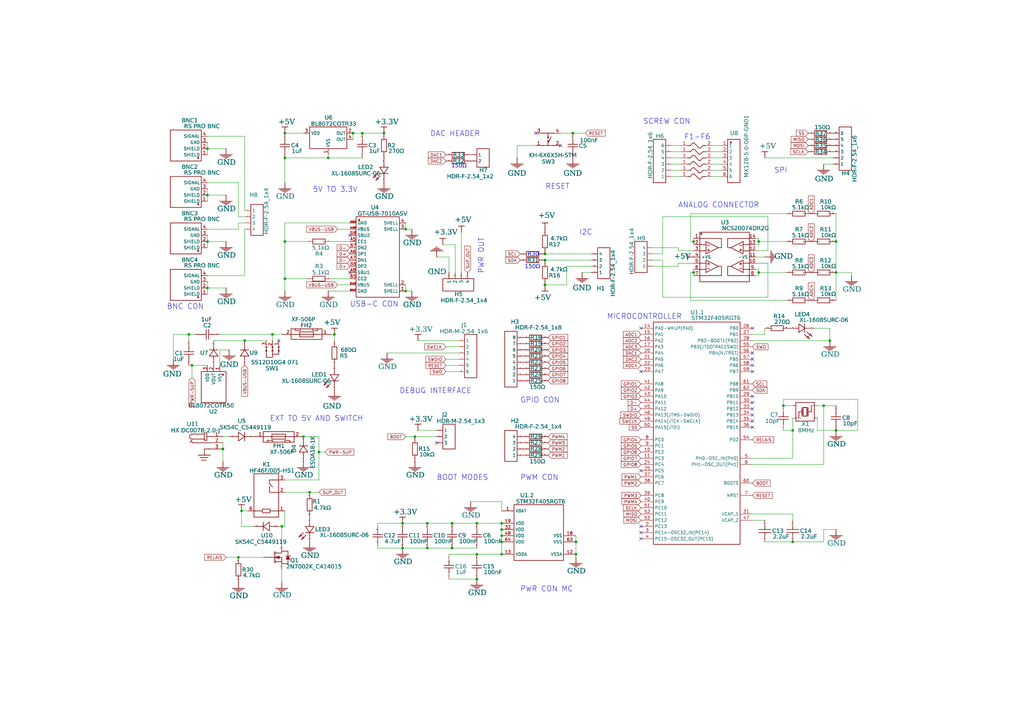
<source format=kicad_sch>
(kicad_sch (version 20250114) (generator "eeschema") (generator_version "9.0")
  (paper "A3")
  (lib_symbols
    (symbol "+3.3V" (power) (pin_numbers (hide yes)) (pin_names (hide yes))
      (property "Value" "+3.3V" (at 0 -3.81 0))
      (symbol "+3.3V_0_0"
        (pin power_in line (at 0 0 270) (length 0) (name "+3.3V") (number "1"))
      )
    )
    (symbol "+5V" (power) (pin_numbers (hide yes)) (pin_names (hide yes))
      (property "Value" "+5V" (at 0 -3.81 0))
      (symbol "+5V_0_0"
        (pin power_in line (at 0 0 270) (length 0) (name "+5V") (number "1"))
      )
    )
    (symbol "0402WGF5101TCE"
      (property "Reference" "R3" (at -1.4986 5.9309 0))
      (property "Value" "5.1kΩ" (at -3.1242 3.3909 0))
      (symbol "0402WGF5101TCE_0_0"
        (pin input line (at -5.08 0 0) (length 2.54) (name "1") (number "1"))
        (pin input line (at 5.08 0 180) (length 2.54) (name "2") (number "2"))
      )
    )
    (symbol "0402WGF5101TCE_1"
      (property "Reference" "R4" (at -1.4986 -4.2037 0))
      (property "Value" "5.1kΩ" (at -3.1242 -1.6637 0))
      (symbol "0402WGF5101TCE_1_0_0"
        (pin input line (at -5.08 0 0) (length 2.54) (name "1") (number "1"))
        (pin input line (at 5.08 0 180) (length 2.54) (name "2") (number "2"))
      )
    )
    (symbol "0603WAF1002T5E"
      (property "Reference" "R15" (at 1.524 0.9017 0))
      (property "Value" "10kΩ" (at 1.524 -1.3843 0))
      (symbol "0603WAF1002T5E_0_0"
        (pin input line (at 0 5.08 270) (length 2.54) (name "1") (number "1"))
        (pin input line (at 0 -5.08 90) (length 2.54) (name "2") (number "2"))
      )
    )
    (symbol "0603WAF1002T5E_1"
      (property "Reference" "R10" (at -1.4986 5.7531 0))
      (property "Value" "10kΩ" (at -1.4986 3.4671 0))
      (symbol "0603WAF1002T5E_1_0_0"
        (pin input line (at -5.08 0 0) (length 2.54) (name "1") (number "1"))
        (pin input line (at 5.08 0 180) (length 2.54) (name "2") (number "2"))
      )
    )
    (symbol "0603WAF1002T5E_2"
      (property "Reference" "R11" (at -1.4986 5.7531 0))
      (property "Value" "10kΩ" (at -1.4986 3.4671 0))
      (symbol "0603WAF1002T5E_2_0_0"
        (pin input line (at -5.08 0 0) (length 2.54) (name "1") (number "1"))
        (pin input line (at 5.08 0 180) (length 2.54) (name "2") (number "2"))
      )
    )
    (symbol "0603WAF1002T5E_3"
      (property "Reference" "R12" (at -1.4986 5.7531 0))
      (property "Value" "10kΩ" (at -1.4986 3.4671 0))
      (symbol "0603WAF1002T5E_3_0_0"
        (pin input line (at -5.08 0 0) (length 2.54) (name "1") (number "1"))
        (pin input line (at 5.08 0 180) (length 2.54) (name "2") (number "2"))
      )
    )
    (symbol "0603WAF1002T5E_4"
      (property "Reference" "R13" (at -1.4986 5.7531 0))
      (property "Value" "10kΩ" (at -1.4986 3.4671 0))
      (symbol "0603WAF1002T5E_4_0_0"
        (pin input line (at -5.08 0 0) (length 2.54) (name "1") (number "1"))
        (pin input line (at 5.08 0 180) (length 2.54) (name "2") (number "2"))
      )
    )
    (symbol "0603WAF1500T5E"
      (property "Reference" "R18" (at -2.159 0.8763 0))
      (property "Value" "150Ω" (at -2.8448 -19.4437 0))
      (symbol "0603WAF1500T5E_0_0"
        (pin input line (at -5.08 0 0) (length 2.54) (name "1") (number "1"))
        (pin input line (at 5.08 0 180) (length 2.54) (name "2") (number "2"))
      )
    )
    (symbol "0603WAF1500T5E_1"
      (property "Reference" "R19" (at -2.159 0.8763 0))
      (symbol "0603WAF1500T5E_1_0_0"
        (pin input line (at -5.08 0 0) (length 2.54) (name "1") (number "1"))
        (pin input line (at 5.08 0 180) (length 2.54) (name "2") (number "2"))
      )
    )
    (symbol "0603WAF1500T5E_10"
      (property "Reference" "R29" (at -2.159 0.8763 0))
      (symbol "0603WAF1500T5E_10_0_0"
        (pin input line (at -5.08 0 0) (length 2.54) (name "1") (number "1"))
        (pin input line (at 5.08 0 180) (length 2.54) (name "2") (number "2"))
      )
    )
    (symbol "0603WAF1500T5E_11"
      (property "Reference" "R26" (at -2.159 0.8763 0))
      (property "Value" "150Ω" (at -2.8448 -9.3091 0))
      (symbol "0603WAF1500T5E_11_0_0"
        (pin input line (at -5.08 0 0) (length 2.54) (name "1") (number "1"))
        (pin input line (at 5.08 0 180) (length 2.54) (name "2") (number "2"))
      )
    )
    (symbol "0603WAF1500T5E_12"
      (property "Reference" "R32" (at -2.159 0.8763 0))
      (symbol "0603WAF1500T5E_12_0_0"
        (pin input line (at -5.08 0 0) (length 2.54) (name "2") (number "2"))
        (pin input line (at 5.08 0 180) (length 2.54) (name "1") (number "1"))
      )
    )
    (symbol "0603WAF1500T5E_13"
      (property "Reference" "R33" (at -2.159 0.8763 0))
      (symbol "0603WAF1500T5E_13_0_0"
        (pin input line (at -5.08 0 0) (length 2.54) (name "2") (number "2"))
        (pin input line (at 5.08 0 180) (length 2.54) (name "1") (number "1"))
      )
    )
    (symbol "0603WAF1500T5E_14"
      (property "Reference" "R31" (at -2.159 0.7747 0))
      (symbol "0603WAF1500T5E_14_0_0"
        (pin input line (at -5.08 0 0) (length 2.54) (name "2") (number "2"))
        (pin input line (at 5.08 0 180) (length 2.54) (name "1") (number "1"))
      )
    )
    (symbol "0603WAF1500T5E_15"
      (symbol "0603WAF1500T5E_15_0_0"
        (pin input line (at -5.08 0 0) (length 2.54) (name "2") (number "2"))
        (pin input line (at 5.08 0 180) (length 2.54) (name "1") (number "1"))
      )
    )
    (symbol "0603WAF1500T5E_16"
      (property "Reference" "R37" (at -2.159 0.7493 0))
      (symbol "0603WAF1500T5E_16_0_0"
        (pin input line (at -5.08 0 0) (length 2.54) (name "1") (number "1"))
        (pin input line (at 5.08 0 180) (length 2.54) (name "2") (number "2"))
      )
    )
    (symbol "0603WAF1500T5E_17"
      (property "Reference" "R36" (at -2.159 0.7493 0))
      (symbol "0603WAF1500T5E_17_0_0"
        (pin input line (at -5.08 0 0) (length 2.54) (name "1") (number "1"))
        (pin input line (at 5.08 0 180) (length 2.54) (name "2") (number "2"))
      )
    )
    (symbol "0603WAF1500T5E_18"
      (property "Reference" "R35" (at -2.159 0.7493 0))
      (symbol "0603WAF1500T5E_18_0_0"
        (pin input line (at -5.08 0 0) (length 2.54) (name "1") (number "1"))
        (pin input line (at 5.08 0 180) (length 2.54) (name "2") (number "2"))
      )
    )
    (symbol "0603WAF1500T5E_19"
      (property "Reference" "R34" (at -2.159 0.7493 0))
      (property "Value" "150Ω" (at -2.8448 10.8839 0))
      (symbol "0603WAF1500T5E_19_0_0"
        (pin input line (at -5.08 0 0) (length 2.54) (name "1") (number "1"))
        (pin input line (at 5.08 0 180) (length 2.54) (name "2") (number "2"))
      )
    )
    (symbol "0603WAF1500T5E_2"
      (property "Reference" "R20" (at -2.159 0.8763 0))
      (symbol "0603WAF1500T5E_2_0_0"
        (pin input line (at -5.08 0 0) (length 2.54) (name "1") (number "1"))
        (pin input line (at 5.08 0 180) (length 2.54) (name "2") (number "2"))
      )
    )
    (symbol "0603WAF1500T5E_3"
      (property "Reference" "R21" (at -2.159 0.8763 0))
      (symbol "0603WAF1500T5E_3_0_0"
        (pin input line (at -5.08 0 0) (length 2.54) (name "1") (number "1"))
        (pin input line (at 5.08 0 180) (length 2.54) (name "2") (number "2"))
      )
    )
    (symbol "0603WAF1500T5E_4"
      (property "Reference" "R22" (at -2.159 0.8763 0))
      (symbol "0603WAF1500T5E_4_0_0"
        (pin input line (at -5.08 0 0) (length 2.54) (name "1") (number "1"))
        (pin input line (at 5.08 0 180) (length 2.54) (name "2") (number "2"))
      )
    )
    (symbol "0603WAF1500T5E_5"
      (property "Reference" "R23" (at -2.159 0.8763 0))
      (symbol "0603WAF1500T5E_5_0_0"
        (pin input line (at -5.08 0 0) (length 2.54) (name "1") (number "1"))
        (pin input line (at 5.08 0 180) (length 2.54) (name "2") (number "2"))
      )
    )
    (symbol "0603WAF1500T5E_6"
      (property "Reference" "R24" (at -2.159 0.8763 0))
      (symbol "0603WAF1500T5E_6_0_0"
        (pin input line (at -5.08 0 0) (length 2.54) (name "1") (number "1"))
        (pin input line (at 5.08 0 180) (length 2.54) (name "2") (number "2"))
      )
    )
    (symbol "0603WAF1500T5E_7"
      (property "Reference" "R25" (at -2.159 0.8763 0))
      (symbol "0603WAF1500T5E_7_0_0"
        (pin input line (at -5.08 0 0) (length 2.54) (name "1") (number "1"))
        (pin input line (at 5.08 0 180) (length 2.54) (name "2") (number "2"))
      )
    )
    (symbol "0603WAF1500T5E_8"
      (property "Reference" "R27" (at -2.159 0.8763 0))
      (symbol "0603WAF1500T5E_8_0_0"
        (pin input line (at -5.08 0 0) (length 2.54) (name "1") (number "1"))
        (pin input line (at 5.08 0 180) (length 2.54) (name "2") (number "2"))
      )
    )
    (symbol "0603WAF1500T5E_9"
      (property "Reference" "R28" (at -2.159 0.8763 0))
      (symbol "0603WAF1500T5E_9_0_0"
        (pin input line (at -5.08 0 0) (length 2.54) (name "1") (number "1"))
        (pin input line (at 5.08 0 180) (length 2.54) (name "2") (number "2"))
      )
    )
    (symbol "0603WAF2700T5E"
      (property "Reference" "R14" (at -1.4986 5.7531 0))
      (property "Value" "270Ω" (at -1.4986 3.4671 0))
      (symbol "0603WAF2700T5E_0_0"
        (pin input line (at -5.08 0 0) (length 2.54) (name "1") (number "1"))
        (pin input line (at 5.08 0 180) (length 2.54) (name "2") (number "2"))
      )
    )
    (symbol "0603WAF2700T5E_1"
      (property "Reference" "R2" (at 1.524 0.8763 0))
      (property "Value" "270Ω" (at 1.524 -1.4097 0))
      (symbol "0603WAF2700T5E_1_0_0"
        (pin input line (at 0 5.08 270) (length 2.54) (name "2") (number "2"))
        (pin input line (at 0 -5.08 90) (length 2.54) (name "1") (number "1"))
      )
    )
    (symbol "0603WAF5101T5E"
      (property "Reference" "R6" (at -1.4986 5.7785 0))
      (property "Value" "5.1kΩ" (at -3.1242 3.3909 0))
      (symbol "0603WAF5101T5E_0_0"
        (pin input line (at -5.08 0 0) (length 2.54) (name "1") (number "1"))
        (pin input line (at 5.08 0 180) (length 2.54) (name "2") (number "2"))
      )
    )
    (symbol "0603WAF5101T5E_1"
      (property "Reference" "R7" (at -1.4986 5.7785 0))
      (property "Value" "5.1kΩ" (at -3.1242 3.3909 0))
      (symbol "0603WAF5101T5E_1_0_0"
        (pin input line (at -5.08 0 0) (length 2.54) (name "1") (number "1"))
        (pin input line (at 5.08 0 180) (length 2.54) (name "2") (number "2"))
      )
    )
    (symbol "0603WAF5101T5E_2"
      (property "Reference" "R8" (at -1.4986 5.7785 0))
      (property "Value" "5.1kΩ" (at -3.1242 3.3909 0))
      (symbol "0603WAF5101T5E_2_0_0"
        (pin input line (at -5.08 0 0) (length 2.54) (name "1") (number "1"))
        (pin input line (at 5.08 0 180) (length 2.54) (name "2") (number "2"))
      )
    )
    (symbol "0603WAF5101T5E_3"
      (property "Reference" "R9" (at -1.4986 5.7785 0))
      (property "Value" "5.1kΩ" (at -3.1242 3.3909 0))
      (symbol "0603WAF5101T5E_3_0_0"
        (pin input line (at -5.08 0 0) (length 2.54) (name "1") (number "1"))
        (pin input line (at 5.08 0 180) (length 2.54) (name "2") (number "2"))
      )
    )
    (symbol "0603WAF6800T5E"
      (property "Reference" "R5" (at 2.286 -0.3683 0))
      (property "Value" "680Ω" (at 2.2098 2.1463 0))
      (symbol "0603WAF6800T5E_0_0"
        (pin input line (at 0 5.08 270) (length 2.54) (name "1") (number "1"))
        (pin input line (at 0 -5.08 90) (length 2.54) (name "2") (number "2"))
      )
    )
    (symbol "0805W8F4701T5E"
      (property "Reference" "R1" (at 1.27 2.1463 0))
      (property "Value" "4.7kΩ" (at 1.4224 -0.3683 0))
      (symbol "0805W8F4701T5E_0_0"
        (pin input line (at 0 5.08 270) (length 2.54) (name "1") (number "1"))
        (pin input line (at 0 -5.08 90) (length 2.54) (name "2") (number "2"))
      )
    )
    (symbol "0805W8F4701T5E_1"
      (property "Reference" "R16" (at 1.6256 -0.3937 0))
      (property "Value" "4.7kΩ" (at 1.9304 2.1209 0))
      (symbol "0805W8F4701T5E_1_0_0"
        (pin input line (at 0 5.08 270) (length 2.54) (name "1") (number "1"))
        (pin input line (at 0 -5.08 90) (length 2.54) (name "2") (number "2"))
      )
    )
    (symbol "0805W8F4701T5E_2"
      (property "Reference" "R17" (at 1.6256 -0.3683 0))
      (property "Value" "4.7kΩ" (at 1.9304 2.1463 0))
      (symbol "0805W8F4701T5E_2_0_0"
        (pin input line (at 0 5.08 270) (length 2.54) (name "1") (number "1"))
        (pin input line (at 0 -5.08 90) (length 2.54) (name "2") (number "2"))
      )
    )
    (symbol "0805W8F4701T5E_3"
      (property "Reference" "R30" (at 1.524 0.8509 0))
      (property "Value" "4.7kΩ" (at 1.524 -1.3843 0))
      (symbol "0805W8F4701T5E_3_0_0"
        (pin input line (at 0 5.08 270) (length 2.54) (name "1") (number "1"))
        (pin input line (at 0 -5.08 90) (length 2.54) (name "2") (number "2"))
      )
    )
    (symbol "2N7002K_C414015"
      (property "Reference" "Q1" (at 6.0198 -0.3683 0))
      (property "Value" "2N7002K_C414015" (at 3.556 -2.9083 0))
      (symbol "2N7002K_C414015_0_0"
        (pin unspecified line (at -5.08 0 0) (length 2.54) (name "G") (number "1"))
        (pin unspecified line (at 2.54 5.08 270) (length 2.54) (name "D") (number "3"))
        (pin unspecified line (at 2.54 -5.08 90) (length 2.54) (name "S") (number "2"))
      )
    )
    (symbol "BL8072COTR33"
      (property "Reference" "U6" (at -1.4986 11.0109 0))
      (property "Value" "BL8072COTR33" (at -7.493 8.4963 0))
      (symbol "BL8072COTR33_0_0"
        (pin unspecified line (at -10.16 3.81 0) (length 2.54) (name "VDD") (number "3"))
        (pin unspecified line (at 0 -5.08 90) (length 2.54) (name "VSS") (number "1"))
        (pin unspecified line (at 10.16 3.81 180) (length 2.54) (name "OUT") (number "2"))
        (pin unspecified line (at 10.16 1.27 180) (length 2.54) (name "OUT") (number "4"))
      )
    )
    (symbol "BL8072COTR50"
      (property "Reference" "U2" (at 1.4986 -10.5283 0))
      (property "Value" "BL8072COTR50" (at 8.763 -7.9883 0))
      (symbol "BL8072COTR50_0_0"
        (pin unspecified line (at -2.54 7.62 270) (length 2.54) (name "VDD") (number "3"))
        (pin unspecified line (at 0 7.62 270) (length 2.54) (name "VOUT") (number "2"))
        (pin unspecified line (at 2.54 7.62 270) (length 2.54) (name "VSS") (number "1"))
      )
    )
    (symbol "CC0603KRX7R9BB104"
      (property "Reference" "C5" (at 2.54 0.7239 0))
      (property "Value" "100nF" (at 2.54 3.0099 0))
      (symbol "CC0603KRX7R9BB104_0_0"
        (pin unspecified line (at 0 5.08 270) (length 2.54) (name "1") (number "1"))
        (pin unspecified line (at 0 -5.08 90) (length 2.54) (name "2") (number "2"))
      )
    )
    (symbol "CL05A105KA5NQNC"
      (property "Reference" "C3" (at 2.54 0.8763 0))
      (property "Value" "1uF" (at 2.54 -1.4097 0))
      (symbol "CL05A105KA5NQNC_0_0"
        (pin unspecified line (at 0 5.08 270) (length 2.54) (name "2") (number "2"))
        (pin unspecified line (at 0 -5.08 90) (length 2.54) (name "1") (number "1"))
      )
    )
    (symbol "CL05A105KA5NQNC_1"
      (property "Reference" "C4" (at 2.54 0.8763 0))
      (property "Value" "1uF" (at 2.54 -1.4097 0))
      (symbol "CL05A105KA5NQNC_1_0_0"
        (pin unspecified line (at 0 5.08 270) (length 2.54) (name "1") (number "1"))
        (pin unspecified line (at 0 -5.08 90) (length 2.54) (name "2") (number "2"))
      )
    )
    (symbol "CL05A105KA5NQNC_2"
      (property "Reference" "C2" (at 1.4986 4.5085 0))
      (property "Value" "1uF" (at 2.032 7.0485 0))
      (symbol "CL05A105KA5NQNC_2_0_0"
        (pin unspecified line (at -5.08 0 0) (length 2.54) (name "1") (number "1"))
        (pin unspecified line (at 5.08 0 180) (length 2.54) (name "2") (number "2"))
      )
    )
    (symbol "CL05A105KA5NQNC_3"
      (property "Reference" "C1" (at -2.54 0.7239 0))
      (property "Value" "1uF" (at -1.7526 -1.6383 0))
      (symbol "CL05A105KA5NQNC_3_0_0"
        (pin unspecified line (at 0 5.08 270) (length 2.54) (name "1") (number "1"))
        (pin unspecified line (at 0 -5.08 90) (length 2.54) (name "2") (number "2"))
      )
    )
    (symbol "CL05A105KA5NQNC_4"
      (property "Reference" "C16" (at 2.54 0.9017 0))
      (property "Value" "1uF" (at 2.54 -1.4097 0))
      (symbol "CL05A105KA5NQNC_4_0_0"
        (pin unspecified line (at 0 5.08 270) (length 2.54) (name "2") (number "2"))
        (pin unspecified line (at 0 -5.08 90) (length 2.54) (name "1") (number "1"))
      )
    )
    (symbol "CL05A225MQ5NSNC"
      (property "Reference" "C13" (at 3.048 0.2667 0))
      (property "Value" "2.2uF" (at 3.048 -2.0447 0))
      (symbol "CL05A225MQ5NSNC_0_0"
        (pin unspecified line (at 0 3.81 270) (length 2.54) (name "2") (number "2"))
        (pin unspecified line (at 0 -5.08 90) (length 2.54) (name "1") (number "1"))
      )
    )
    (symbol "CL05A225MQ5NSNC_1"
      (property "Reference" "C14" (at 3.048 0.2667 0))
      (property "Value" "2.2uF" (at 3.048 -2.0447 0))
      (symbol "CL05A225MQ5NSNC_1_0_0"
        (pin unspecified line (at 0 3.81 270) (length 2.54) (name "2") (number "2"))
        (pin unspecified line (at 0 -5.08 90) (length 2.54) (name "1") (number "1"))
      )
    )
    (symbol "CL05B104KO5NNNC"
      (property "Reference" "C6" (at 2.54 0.8763 0))
      (property "Value" "100nF" (at 2.54 -1.4097 0))
      (symbol "CL05B104KO5NNNC_0_0"
        (pin unspecified line (at 0 5.08 270) (length 2.54) (name "2") (number "2"))
        (pin unspecified line (at 0 -5.08 90) (length 2.54) (name "1") (number "1"))
      )
    )
    (symbol "CL05B104KO5NNNC_1"
      (property "Reference" "C9" (at 2.54 0.8763 0))
      (property "Value" "100nF" (at 2.54 -1.4097 0))
      (symbol "CL05B104KO5NNNC_1_0_0"
        (pin unspecified line (at 0 5.08 270) (length 2.54) (name "2") (number "2"))
        (pin unspecified line (at 0 -5.08 90) (length 2.54) (name "1") (number "1"))
      )
    )
    (symbol "CL05B104KO5NNNC_2"
      (property "Reference" "C10" (at 2.54 0.8763 0))
      (property "Value" "100nF" (at 2.54 -1.4097 0))
      (symbol "CL05B104KO5NNNC_2_0_0"
        (pin unspecified line (at 0 5.08 270) (length 2.54) (name "2") (number "2"))
        (pin unspecified line (at 0 -5.08 90) (length 2.54) (name "1") (number "1"))
      )
    )
    (symbol "CL05B104KO5NNNC_3"
      (property "Reference" "C11" (at 2.54 0.8763 0))
      (property "Value" "100nF" (at 2.54 -1.4097 0))
      (symbol "CL05B104KO5NNNC_3_0_0"
        (pin unspecified line (at 0 5.08 270) (length 2.54) (name "2") (number "2"))
        (pin unspecified line (at 0 -5.08 90) (length 2.54) (name "1") (number "1"))
      )
    )
    (symbol "CL05B104KO5NNNC_4"
      (property "Reference" "C15" (at 2.54 0.9017 0))
      (property "Value" "100nF" (at 2.54 -1.4097 0))
      (symbol "CL05B104KO5NNNC_4_0_0"
        (pin unspecified line (at 0 5.08 270) (length 2.54) (name "2") (number "2"))
        (pin unspecified line (at 0 -5.08 90) (length 2.54) (name "1") (number "1"))
      )
    )
    (symbol "CL05C100JB5NNNC"
      (property "Reference" "C7" (at -5.3086 2.1463 0))
      (property "Value" "10pF" (at -7.7724 -0.3683 0))
      (symbol "CL05C100JB5NNNC_0_0"
        (pin unspecified line (at 0 5.08 270) (length 2.54) (name "1") (number "1"))
        (pin unspecified line (at 0 -5.08 90) (length 2.54) (name "2") (number "2"))
      )
    )
    (symbol "CL05C100JB5NNNC_1"
      (property "Reference" "C8" (at 2.54 0.9017 0))
      (property "Value" "10pF" (at 2.54 -1.3843 0))
      (symbol "CL05C100JB5NNNC_1_0_0"
        (pin unspecified line (at 0 5.08 270) (length 2.54) (name "2") (number "2"))
        (pin unspecified line (at 0 -5.08 90) (length 2.54) (name "1") (number "1"))
      )
    )
    (symbol "CL10A475KO8NNNC"
      (property "Reference" "C12" (at 2.54 0.9017 0))
      (property "Value" "4.7uF" (at 2.54 -1.4097 0))
      (symbol "CL10A475KO8NNNC_0_0"
        (pin input line (at 0 3.81 270) (length 2.54) (name "2") (number "2"))
        (pin input line (at 0 -3.81 90) (length 2.54) (name "1") (number "1"))
      )
    )
    (symbol "ESDA18-1K"
      (property "Reference" "D4" (at -4.6863 -1.4986 90))
      (property "Value" "ESDA18-1K" (at 2.9083 -8.9154 90))
      (symbol "ESDA18-1K_0_0"
        (pin unspecified line (at 0 5.08 270) (length 2.54) (name "K") (number "1"))
        (pin unspecified line (at 0 -5.08 90) (length 2.54) (name "A") (number "2"))
      )
    )
    (symbol "GND" (power) (pin_numbers (hide yes)) (pin_names (hide yes))
      (property "Value" "GND" (at 0 -6.35 0))
      (symbol "GND_0_0"
        (pin power_in line (at 0 0 270) (length 0) (name "GND") (number "1"))
      )
    )
    (symbol "GT-USB-7010ASV"
      (property "Reference" "U4" (at -4.0386 22.4663 0))
      (property "Value" "GT-USB-7010ASV" (at -11.0744 19.9263 0))
      (symbol "GT-USB-7010ASV_0_0"
        (pin unspecified line (at -12.7 15.24 0) (length 2.54) (name "GND") (number "A1B12"))
        (pin unspecified line (at -12.7 12.7 0) (length 2.54) (name "VBUS") (number "A4B9"))
        (pin unspecified line (at -12.7 10.16 0) (length 2.54) (name "SBU2") (number "B8"))
        (pin unspecified line (at -12.7 7.62 0) (length 2.54) (name "CC1") (number "A5"))
        (pin unspecified line (at -12.7 5.08 0) (length 2.54) (name "DN2") (number "B7"))
        (pin unspecified line (at -12.7 2.54 0) (length 2.54) (name "DP1") (number "A6"))
        (pin unspecified line (at -12.7 0 0) (length 2.54) (name "DN1") (number "A7"))
        (pin unspecified line (at -12.7 -2.54 0) (length 2.54) (name "DP2") (number "B6"))
        (pin unspecified line (at -12.7 -5.08 0) (length 2.54) (name "SBU1") (number "A8"))
        (pin unspecified line (at -12.7 -7.62 0) (length 2.54) (name "CC2") (number "B5"))
        (pin unspecified line (at -12.7 -10.16 0) (length 2.54) (name "VBUS") (number "B4A9"))
        (pin unspecified line (at -12.7 -12.7 0) (length 2.54) (name "GND") (number "B1A12"))
        (pin unspecified line (at 10.16 15.24 180) (length 2.54) (name "SHELL") (number "4"))
        (pin unspecified line (at 10.16 12.7 180) (length 2.54) (name "SHELL") (number "3"))
        (pin unspecified line (at 10.16 -10.16 180) (length 2.54) (name "SHELL") (number "2"))
        (pin unspecified line (at 10.16 -12.7 180) (length 2.54) (name "SHELL") (number "1"))
      )
    )
    (symbol "HDR-F-2.54_1x2"
      (property "Reference" "H7" (at -0.2286 -4.2037 0))
      (property "Value" "HDR-F-2.54_1x2" (at -15.2908 -6.6929 0))
      (symbol "HDR-F-2.54_1x2_0_0"
        (pin input line (at -3.81 1.27 0) (length 2.54) (name "1") (number "1"))
        (pin input line (at -3.81 -1.27 0) (length 2.54) (name "2") (number "2"))
      )
    )
    (symbol "HDR-F-2.54_1x4"
      (property "Reference" "H2" (at 0 11.0871 0))
      (property "Value" "HDR-F-2.54_1x4" (at 0 8.8011 0))
      (symbol "HDR-F-2.54_1x4_0_0"
        (pin unspecified line (at 5.08 3.81 180) (length 2.54) (name "4") (number "4"))
        (pin unspecified line (at 5.08 1.27 180) (length 2.54) (name "3") (number "3"))
        (pin unspecified line (at 5.08 -1.27 180) (length 2.54) (name "2") (number "2"))
        (pin unspecified line (at 5.08 -3.81 180) (length 2.54) (name "1") (number "1"))
      )
    )
    (symbol "HDR-F-2.54_1x4_1"
      (property "Reference" "H8" (at -3.0226 11.0109 0))
      (property "Value" "HDR-F-2.54_1x4" (at 2.9591 -7.6708 90))
      (symbol "HDR-F-2.54_1x4_1_0_0"
        (pin unspecified line (at -5.08 3.81 0) (length 2.54) (name "1") (number "1"))
        (pin unspecified line (at -5.08 1.27 0) (length 2.54) (name "2") (number "2"))
        (pin unspecified line (at -5.08 -1.27 0) (length 2.54) (name "3") (number "3"))
        (pin unspecified line (at -5.08 -3.81 0) (length 2.54) (name "4") (number "4"))
      )
    )
    (symbol "HDR-F-2.54_1x4_2"
      (property "Reference" "H9" (at -1.4986 8.4963 0))
      (property "Value" "HDR-F-2.54_1x4" (at -4.6863 -8.9408 90))
      (symbol "HDR-F-2.54_1x4_2_0_0"
        (pin unspecified line (at 5.08 3.81 180) (length 2.54) (name "4") (number "4"))
        (pin unspecified line (at 5.08 1.27 180) (length 2.54) (name "3") (number "3"))
        (pin unspecified line (at 5.08 -1.27 180) (length 2.54) (name "2") (number "2"))
        (pin unspecified line (at 5.08 -3.81 180) (length 2.54) (name "1") (number "1"))
      )
    )
    (symbol "HDR-F-2.54_1x4_3"
      (property "Reference" "H1" (at -2.8956 -9.5123 0))
      (property "Value" "HDR-F-2.54_1x4" (at 2.9083 7.1628 90))
      (symbol "HDR-F-2.54_1x4_3_0_0"
        (pin unspecified line (at -5.08 3.81 0) (length 2.54) (name "4") (number "4"))
        (pin unspecified line (at -5.08 1.27 0) (length 2.54) (name "3") (number "3"))
        (pin unspecified line (at -5.08 -1.27 0) (length 2.54) (name "2") (number "2"))
        (pin unspecified line (at -5.08 -3.81 0) (length 2.54) (name "1") (number "1"))
      )
    )
    (symbol "HDR-F-2.54_1x4_4"
      (property "Reference" "H5" (at -1.4986 -2.9591 0))
      (property "Value" "HDR-F-2.54_1x4" (at -8.9408 -5.4991 0))
      (symbol "HDR-F-2.54_1x4_4_0_0"
        (pin unspecified line (at -3.81 5.08 270) (length 2.54) (name "1") (number "1"))
        (pin unspecified line (at -1.27 5.08 270) (length 2.54) (name "2") (number "2"))
        (pin unspecified line (at 1.27 5.08 270) (length 2.54) (name "3") (number "3"))
        (pin unspecified line (at 3.81 5.08 270) (length 2.54) (name "4") (number "4"))
      )
    )
    (symbol "HDR-F-2.54_1x6"
      (property "Reference" "H6" (at -1.4986 9.7663 0))
      (property "Value" "HDR-F-2.54_1x6" (at -4.6863 -10.2108 90))
      (symbol "HDR-F-2.54_1x6_0_0"
        (pin input line (at 5.08 5.08 180) (length 2.54) (name "6") (number "6"))
        (pin input line (at 5.08 2.54 180) (length 2.54) (name "5") (number "5"))
        (pin input line (at 5.08 0 180) (length 2.54) (name "4") (number "4"))
        (pin input line (at 5.08 -2.54 180) (length 2.54) (name "3") (number "3"))
        (pin input line (at 5.08 -5.08 180) (length 2.54) (name "2") (number "2"))
        (pin input line (at 5.08 -7.62 180) (length 2.54) (name "1") (number "1"))
      )
    )
    (symbol "HDR-F-2.54_1x6_1"
      (property "Reference" "H4" (at -1.4986 -10.5283 0))
      (property "Value" "HDR-F-2.54_1x6" (at 2.9083 5.8928 90))
      (symbol "HDR-F-2.54_1x6_1_0_0"
        (pin input line (at -5.08 5.08 0) (length 2.54) (name "6") (number "6"))
        (pin input line (at -5.08 2.54 0) (length 2.54) (name "5") (number "5"))
        (pin input line (at -5.08 0 0) (length 2.54) (name "4") (number "4"))
        (pin input line (at -5.08 -2.54 0) (length 2.54) (name "3") (number "3"))
        (pin input line (at -5.08 -5.08 0) (length 2.54) (name "2") (number "2"))
        (pin input line (at -5.08 -7.62 0) (length 2.54) (name "1") (number "1"))
      )
    )
    (symbol "HDR-F-2.54_1x8"
      (property "Reference" "H3" (at 0 16.1671 0))
      (property "Value" "HDR-F-2.54_1x8" (at 0 13.8811 0))
      (symbol "HDR-F-2.54_1x8_0_0"
        (pin unspecified line (at 5.08 8.89 180) (length 2.54) (name "8") (number "8"))
        (pin unspecified line (at 5.08 6.35 180) (length 2.54) (name "7") (number "7"))
        (pin unspecified line (at 5.08 3.81 180) (length 2.54) (name "6") (number "6"))
        (pin unspecified line (at 5.08 1.27 180) (length 2.54) (name "5") (number "5"))
        (pin unspecified line (at 5.08 -1.27 180) (length 2.54) (name "4") (number "4"))
        (pin unspecified line (at 5.08 -3.81 180) (length 2.54) (name "3") (number "3"))
        (pin unspecified line (at 5.08 -6.35 180) (length 2.54) (name "2") (number "2"))
        (pin unspecified line (at 5.08 -8.89 180) (length 2.54) (name "1") (number "1"))
      )
    )
    (symbol "HDR-M-2.54_1x3"
      (property "Reference" "J2" (at -1.4986 9.8171 0))
      (property "Value" "HDR-M-2.54_1x3" (at -5.4102 7.2263 0))
      (symbol "HDR-M-2.54_1x3_0_0"
        (pin input line (at -3.81 2.54 0) (length 2.54) (name "1") (number "1"))
        (pin input line (at -3.81 0 0) (length 2.54) (name "2") (number "2"))
        (pin input line (at -3.81 -2.54 0) (length 2.54) (name "3") (number "3"))
      )
    )
    (symbol "HDR-M-2.54_1x6"
      (property "Reference" "J1" (at -3.7846 14.8209 0))
      (property "Value" "HDR-M-2.54_1x6" (at -14.3002 12.2809 0))
      (symbol "HDR-M-2.54_1x6_0_0"
        (pin input line (at -5.08 7.62 0) (length 2.54) (name "1") (number "1"))
        (pin input line (at -5.08 5.08 0) (length 2.54) (name "2") (number "2"))
        (pin input line (at -5.08 2.54 0) (length 2.54) (name "3") (number "3"))
        (pin input line (at -5.08 0 0) (length 2.54) (name "4") (number "4"))
        (pin input line (at -5.08 -2.54 0) (length 2.54) (name "5") (number "5"))
        (pin input line (at -5.08 -5.08 0) (length 2.54) (name "6") (number "6"))
      )
    )
    (symbol "HF46F/005-HS1"
      (property "Reference" "K1" (at -1.4478 12.3063 0))
      (property "Value" "HF46F/005-HS1" (at -8.6106 9.7663 0))
      (symbol "HF46F/005-HS1_0_0"
        (pin unspecified line (at -7.62 -7.62 0) (length 2.54) (name "6") (number "6"))
        (pin unspecified line (at 7.62 5.08 180) (length 2.54) (name "3") (number "3"))
        (pin unspecified line (at 7.62 0 180) (length 2.54) (name "2") (number "2"))
        (pin unspecified line (at 7.62 -7.62 180) (length 2.54) (name "1") (number "1"))
      )
    )
    (symbol "HX DC007B-2.0-J"
      (property "Reference" "U11" (at -9.7028 8.4963 0))
      (property "Value" "HX DC007B-2.0-J" (at -18.3642 5.9563 0))
      (symbol "HX DC007B-2.0-J_0_0"
        (pin unspecified line (at 5.08 2.54 180) (length 5.08) (name "1") (number "1"))
        (pin unspecified line (at 5.08 0 180) (length 5.08) (name "2") (number "2"))
        (pin unspecified line (at 5.08 -2.54 180) (length 5.08) (name "3") (number "3"))
      )
    )
    (symbol "KH-6X6X5H-STM"
      (property "Reference" "SW3" (at -2.5654 -8.3439 0))
      (property "Value" "KH-6X6X5H-STM" (at -9.3472 -5.6261 0))
      (symbol "KH-6X6X5H-STM_0_0"
        (pin unspecified line (at -5.08 2.54 0) (length 2.54) (name "3") (number "3"))
        (pin unspecified line (at -5.08 -2.54 0) (length 2.54) (name "1") (number "1"))
        (pin unspecified line (at 5.08 2.54 180) (length 2.54) (name "4") (number "4"))
        (pin unspecified line (at 5.08 -2.54 180) (length 2.54) (name "2") (number "2"))
      )
    )
    (symbol "MX128-5.0-06P-GN01-CU-Y-A"
      (property "Reference" "U8" (at -1.4986 12.2555 0))
      (property "Value" "MX128-5.0-06P-GN01" (at 4.2291 -9.2456 90))
      (symbol "MX128-5.0-06P-GN01-CU-Y-A_0_0"
        (pin unspecified line (at -5.08 6.35 0) (length 2.54) (name "1") (number "1"))
        (pin unspecified line (at -5.08 3.81 0) (length 2.54) (name "2") (number "2"))
        (pin unspecified line (at -5.08 1.27 0) (length 2.54) (name "3") (number "3"))
        (pin unspecified line (at -5.08 -1.27 0) (length 2.54) (name "4") (number "4"))
        (pin unspecified line (at -5.08 -3.81 0) (length 2.54) (name "5") (number "5"))
        (pin unspecified line (at -5.08 -6.35 0) (length 2.54) (name "6") (number "6"))
      )
    )
    (symbol "NCS20074DR2G"
      (property "Reference" "U3" (at -1.4478 14.9987 0))
      (property "Value" "NCS20074DR2G" (at -1.4478 12.6619 0))
      (symbol "NCS20074DR2G_0_0"
        (pin unspecified line (at -12.7 7.62 0) (length 2.54) (name "1") (number "1"))
        (pin unspecified line (at -12.7 5.08 0) (length 2.54) (name "2") (number "2"))
        (pin unspecified line (at -12.7 2.54 0) (length 2.54) (name "3") (number "3"))
        (pin unspecified line (at -12.7 0 0) (length 2.54) (name "+VS") (number "4"))
        (pin unspecified line (at -12.7 -2.54 0) (length 2.54) (name "5") (number "5"))
        (pin unspecified line (at -12.7 -5.08 0) (length 2.54) (name "6") (number "6"))
        (pin unspecified line (at -12.7 -7.62 0) (length 2.54) (name "7") (number "7"))
        (pin unspecified line (at 12.7 7.62 180) (length 2.54) (name "14") (number "14"))
        (pin unspecified line (at 12.7 5.08 180) (length 2.54) (name "13") (number "13"))
        (pin unspecified line (at 12.7 2.54 180) (length 2.54) (name "12") (number "12"))
        (pin unspecified line (at 12.7 0 180) (length 2.54) (name "-VS") (number "11"))
        (pin unspecified line (at 12.7 -2.54 180) (length 2.54) (name "10") (number "10"))
        (pin unspecified line (at 12.7 -5.08 180) (length 2.54) (name "9") (number "9"))
        (pin unspecified line (at 12.7 -7.62 180) (length 2.54) (name "8") (number "8"))
      )
    )
    (symbol "RS PRO BNC"
      (property "Reference" "BNC1" (at -1.6256 11.1125 0))
      (property "Value" "RS PRO BNC" (at -1.6256 8.8011 0))
      (symbol "RS PRO BNC_0_0"
        (pin unspecified line (at 8.89 3.81 180) (length 2.54) (name "SIGNAL") (number "4"))
        (pin unspecified line (at 8.89 1.27 180) (length 2.54) (name "GND") (number "3"))
        (pin unspecified line (at 8.89 -1.27 180) (length 2.54) (name "SHIELD") (number "2"))
        (pin unspecified line (at 8.89 -3.81 180) (length 2.54) (name "SHIELD") (number "1"))
      )
    )
    (symbol "RS PRO BNC_1"
      (property "Reference" "BNC2" (at -1.6256 11.1125 0))
      (property "Value" "RS PRO BNC" (at -1.6256 8.8011 0))
      (symbol "RS PRO BNC_1_0_0"
        (pin unspecified line (at 8.89 3.81 180) (length 2.54) (name "SIGNAL") (number "4"))
        (pin unspecified line (at 8.89 1.27 180) (length 2.54) (name "GND") (number "3"))
        (pin unspecified line (at 8.89 -1.27 180) (length 2.54) (name "SHIELD") (number "2"))
        (pin unspecified line (at 8.89 -3.81 180) (length 2.54) (name "SHIELD") (number "1"))
      )
    )
    (symbol "RS PRO BNC_2"
      (property "Reference" "BNC3" (at -1.6256 11.1125 0))
      (property "Value" "RS PRO BNC" (at -1.6256 8.8011 0))
      (symbol "RS PRO BNC_2_0_0"
        (pin unspecified line (at 8.89 3.81 180) (length 2.54) (name "SIGNAL") (number "4"))
        (pin unspecified line (at 8.89 1.27 180) (length 2.54) (name "GND") (number "3"))
        (pin unspecified line (at 8.89 -1.27 180) (length 2.54) (name "SHIELD") (number "2"))
        (pin unspecified line (at 8.89 -3.81 180) (length 2.54) (name "SHIELD") (number "1"))
      )
    )
    (symbol "RS PRO BNC_3"
      (property "Reference" "BNC4" (at -1.6256 11.1125 0))
      (property "Value" "RS PRO BNC" (at -1.6256 8.8011 0))
      (symbol "RS PRO BNC_3_0_0"
        (pin unspecified line (at 8.89 3.81 180) (length 2.54) (name "SIGNAL") (number "4"))
        (pin unspecified line (at 8.89 1.27 180) (length 2.54) (name "GND") (number "3"))
        (pin unspecified line (at 8.89 -1.27 180) (length 2.54) (name "SHIELD") (number "2"))
        (pin unspecified line (at 8.89 -3.81 180) (length 2.54) (name "SHIELD") (number "1"))
      )
    )
    (symbol "SK54C_C5449119"
      (property "Reference" "U5" (at -1.4986 7.2263 0))
      (property "Value" "SK54C_C5449119" (at -9.779 4.6863 0))
      (symbol "SK54C_C5449119_0_0"
        (pin unspecified line (at -5.08 0 0) (length 2.54) (name "A") (number "2"))
        (pin unspecified line (at 5.08 0 180) (length 2.54) (name "C") (number "1"))
      )
    )
    (symbol "SK54C_C5449119_1"
      (property "Reference" "U7" (at -2.286 0.8763 0))
      (symbol "SK54C_C5449119_1_0_0"
        (pin unspecified line (at 0 5.08 270) (length 2.54) (name "C") (number "1"))
        (pin unspecified line (at 0 -5.08 90) (length 2.54) (name "A") (number "2"))
      )
    )
    (symbol "SK54C_C5449119_2"
      (property "Reference" "U9" (at 5.3086 0.8763 0))
      (symbol "SK54C_C5449119_2_0_0"
        (pin unspecified line (at 0 5.08 270) (length 2.54) (name "C") (number "1"))
        (pin unspecified line (at 0 -5.08 90) (length 2.54) (name "A") (number "2"))
      )
    )
    (symbol "SK54C_C5449119_3"
      (property "Reference" "U10" (at -2.159 -2.9083 0))
      (property "Value" "SK54C_C5449119" (at -13.589 -5.4737 0))
      (symbol "SK54C_C5449119_3_0_0"
        (pin unspecified line (at -5.08 0 0) (length 2.54) (name "C") (number "1"))
        (pin unspecified line (at 5.08 0 180) (length 2.54) (name "A") (number "2"))
      )
    )
    (symbol "SS12D10G4 071"
      (property "Reference" "SW1" (at 2.5654 -8.0137 0))
      (property "Value" "SS12D10G4 071" (at 11.4808 -5.4737 0))
      (symbol "SS12D10G4 071_0_0"
        (pin unspecified line (at -2.54 2.54 270) (length 2.54) (name "3") (number "3"))
        (pin unspecified line (at 0 2.54 270) (length 3.048) (name "2") (number "2"))
        (pin unspecified line (at 2.54 2.54 270) (length 2.54) (name "1") (number "1"))
      )
    )
    (symbol "STM32F405RGT6"
      (property "Reference" "U1.1" (at -2.54 50.4825 0))
      (property "Value" "STM32F405RGT6" (at -2.54 48.2219 0))
      (symbol "STM32F405RGT6_0_0"
        (pin bidirectional line (at -22.86 43.18 0) (length 5.08) (name "PA0-WKUP(PA0)") (number "14"))
        (pin bidirectional line (at -22.86 40.64 0) (length 5.08) (name "PA1") (number "15"))
        (pin bidirectional line (at -22.86 38.1 0) (length 5.08) (name "PA2") (number "16"))
        (pin bidirectional line (at -22.86 35.56 0) (length 5.08) (name "PA3") (number "17"))
        (pin bidirectional line (at -22.86 33.02 0) (length 5.08) (name "PA4") (number "20"))
        (pin bidirectional line (at -22.86 30.48 0) (length 5.08) (name "PA5") (number "21"))
        (pin bidirectional line (at -22.86 27.94 0) (length 5.08) (name "PA6") (number "22"))
        (pin bidirectional line (at -22.86 25.4 0) (length 5.08) (name "PA7") (number "23"))
        (pin bidirectional line (at -22.86 20.32 0) (length 5.08) (name "PA8") (number "41"))
        (pin bidirectional line (at -22.86 17.78 0) (length 5.08) (name "PA9") (number "42"))
        (pin bidirectional line (at -22.86 15.24 0) (length 5.08) (name "PA10") (number "43"))
        (pin bidirectional line (at -22.86 12.7 0) (length 5.08) (name "PA11") (number "44"))
        (pin bidirectional line (at -22.86 10.16 0) (length 5.08) (name "PA12") (number "45"))
        (pin bidirectional line (at -22.86 7.62 0) (length 5.08) (name "PA13(JTMS-SWDIO)") (number "46"))
        (pin bidirectional line (at -22.86 5.08 0) (length 5.08) (name "PA14(JTCK-SWCLK)") (number "49"))
        (pin bidirectional line (at -22.86 2.54 0) (length 5.08) (name "PA15(JTDI)") (number "50"))
        (pin bidirectional line (at -22.86 -2.54 0) (length 5.08) (name "PC0") (number "8"))
        (pin bidirectional line (at -22.86 -5.08 0) (length 5.08) (name "PC1") (number "9"))
        (pin bidirectional line (at -22.86 -7.62 0) (length 5.08) (name "PC2") (number "10"))
        (pin bidirectional line (at -22.86 -10.16 0) (length 5.08) (name "PC3") (number "11"))
        (pin bidirectional line (at -22.86 -12.7 0) (length 5.08) (name "PC4") (number "24"))
        (pin bidirectional line (at -22.86 -15.24 0) (length 5.08) (name "PC5") (number "25"))
        (pin bidirectional line (at -22.86 -17.78 0) (length 5.08) (name "PC6") (number "37"))
        (pin bidirectional line (at -22.86 -20.32 0) (length 5.08) (name "PC7") (number "38"))
        (pin bidirectional line (at -22.86 -25.4 0) (length 5.08) (name "PC8") (number "39"))
        (pin bidirectional line (at -22.86 -27.94 0) (length 5.08) (name "PC9") (number "40"))
        (pin bidirectional line (at -22.86 -30.48 0) (length 5.08) (name "PC10") (number "51"))
        (pin bidirectional line (at -22.86 -33.02 0) (length 5.08) (name "PC11") (number "52"))
        (pin bidirectional line (at -22.86 -35.56 0) (length 5.08) (name "PC12") (number "53"))
        (pin bidirectional line (at -22.86 -38.1 0) (length 5.08) (name "PC13") (number "2"))
        (pin bidirectional line (at -22.86 -40.64 0) (length 5.08) (name "PC14-OSC32_IN(PC14)") (number "3"))
        (pin bidirectional line (at -22.86 -43.18 0) (length 5.08) (name "PC15-OSC32_OUT(PC15)") (number "4"))
        (pin bidirectional line (at 22.86 43.18 180) (length 5.08) (name "PB0") (number "26"))
        (pin bidirectional line (at 22.86 40.64 180) (length 5.08) (name "PB1") (number "27"))
        (pin bidirectional line (at 22.86 38.1 180) (length 5.08) (name "PB2-BOOT1(PB2)") (number "28"))
        (pin bidirectional line (at 22.86 35.56 180) (length 5.08) (name "PB3(JTDOTRACESWO)") (number "55"))
        (pin bidirectional line (at 22.86 33.02 180) (length 5.08) (name "PB4(NJTRST)") (number "56"))
        (pin bidirectional line (at 22.86 30.48 180) (length 5.08) (name "PB5") (number "57"))
        (pin bidirectional line (at 22.86 27.94 180) (length 5.08) (name "PB6") (number "58"))
        (pin bidirectional line (at 22.86 25.4 180) (length 5.08) (name "PB7") (number "59"))
        (pin bidirectional line (at 22.86 20.32 180) (length 5.08) (name "PB8") (number "61"))
        (pin bidirectional line (at 22.86 17.78 180) (length 5.08) (name "PB9") (number "62"))
        (pin bidirectional line (at 22.86 15.24 180) (length 5.08) (name "PB10") (number "29"))
        (pin bidirectional line (at 22.86 12.7 180) (length 5.08) (name "PB11") (number "30"))
        (pin bidirectional line (at 22.86 10.16 180) (length 5.08) (name "PB12") (number "33"))
        (pin bidirectional line (at 22.86 7.62 180) (length 5.08) (name "PB13") (number "34"))
        (pin bidirectional line (at 22.86 5.08 180) (length 5.08) (name "PB14") (number "35"))
        (pin bidirectional line (at 22.86 2.54 180) (length 5.08) (name "PB15") (number "36"))
        (pin bidirectional line (at 22.86 -2.54 180) (length 5.08) (name "PD2") (number "54"))
        (pin bidirectional line (at 22.86 -10.16 180) (length 5.08) (name "PH0-OSC_IN(PH0)") (number "5"))
        (pin bidirectional line (at 22.86 -12.7 180) (length 5.08) (name "PH1-OSC_OUT(PH1)") (number "6"))
        (pin unspecified line (at 22.86 -20.32 180) (length 5.08) (name "BOOT0") (number "60"))
        (pin bidirectional line (at 22.86 -25.4 180) (length 5.08) (name "NRST") (number "7"))
        (pin passive line (at 22.86 -33.02 180) (length 5.08) (name "VCAP_1") (number "31"))
        (pin passive line (at 22.86 -35.56 180) (length 5.08) (name "VCAP_2") (number "47"))
      )
    )
    (symbol "STM32F405RGT6_1"
      (property "Reference" "U1.2" (at -7.5692 16.1163 0))
      (property "Value" "STM32F405RGT6" (at -9.6774 13.5763 0))
      (symbol "STM32F405RGT6_1_0_0"
        (pin passive line (at -15.24 8.89 0) (length 5.08) (name "VBAT") (number "1"))
        (pin passive line (at -15.24 3.81 0) (length 5.08) (name "VDD") (number "19"))
        (pin passive line (at -15.24 1.27 0) (length 5.08) (name "VDD") (number "32"))
        (pin passive line (at -15.24 -1.27 0) (length 5.08) (name "VDD") (number "48"))
        (pin passive line (at -15.24 -3.81 0) (length 5.08) (name "VDD") (number "64"))
        (pin passive line (at -15.24 -8.89 0) (length 5.08) (name "VDDA") (number "13"))
        (pin passive line (at 15.24 -1.27 180) (length 5.08) (name "VSS") (number "18"))
        (pin passive line (at 15.24 -3.81 180) (length 5.08) (name "VSS") (number "63"))
        (pin passive line (at 15.24 -8.89 180) (length 5.08) (name "VSSA") (number "12"))
      )
    )
    (symbol "TAXM8M4RDBCCT2T"
      (property "Reference" "X1" (at -1.397 -4.1783 0))
      (property "Value" "8MHz" (at -3.0988 -6.7183 0))
      (symbol "TAXM8M4RDBCCT2T_0_0"
        (pin input line (at -5.08 2.54 0) (length 1.27) (name "2") (number "2"))
        (pin input line (at -5.08 -2.54 0) (length 2.54) (name "3") (number "3"))
        (pin input line (at 5.08 2.54 180) (length 2.54) (name "1") (number "1"))
        (pin input line (at 5.08 -2.54 180) (length 1.27) (name "4") (number "4"))
      )
    )
    (symbol "TLC-NSMD100/24"
      (symbol "TLC-NSMD100/24_0_0"
        (pin unspecified line (at -7.62 0 0) (length 2.54) (name "1") (number "1"))
        (pin unspecified line (at 5.08 0 180) (length 2.54) (name "2") (number "2"))
      )
    )
    (symbol "TLC-NSMD100/24_1"
      (symbol "TLC-NSMD100/24_1_0_0"
        (pin unspecified line (at -7.62 0 0) (length 2.54) (name "1") (number "1"))
        (pin unspecified line (at 5.08 0 180) (length 2.54) (name "2") (number "2"))
      )
    )
    (symbol "TLC-NSMD100/24_2"
      (symbol "TLC-NSMD100/24_2_0_0"
        (pin unspecified line (at -7.62 0 0) (length 2.54) (name "1") (number "1"))
        (pin unspecified line (at 5.08 0 180) (length 2.54) (name "2") (number "2"))
      )
    )
    (symbol "TLC-NSMD100/24_3"
      (symbol "TLC-NSMD100/24_3_0_0"
        (pin unspecified line (at -7.62 0 0) (length 2.54) (name "1") (number "1"))
        (pin unspecified line (at 5.08 0 180) (length 2.54) (name "2") (number "2"))
      )
    )
    (symbol "TLC-NSMD100/24_4"
      (symbol "TLC-NSMD100/24_4_0_0"
        (pin unspecified line (at -7.62 0 0) (length 2.54) (name "1") (number "1"))
        (pin unspecified line (at 5.08 0 180) (length 2.54) (name "2") (number "2"))
      )
    )
    (symbol "TLC-NSMD100/24_5"
      (symbol "TLC-NSMD100/24_5_0_0"
        (pin unspecified line (at -7.62 0 0) (length 2.54) (name "1") (number "1"))
        (pin unspecified line (at 5.08 0 180) (length 2.54) (name "2") (number "2"))
      )
    )
    (symbol "XF-506P"
      (property "Reference" "FH2" (at 2.2352 4.5339 0))
      (property "Value" "XF-506P" (at 4.6482 7.0739 0))
      (symbol "XF-506P_0_0"
        (pin unspecified line (at -10.16 0 0) (length 5.08) (name "2") (number "2"))
        (pin unspecified line (at 10.16 0 180) (length 5.08) (name "1") (number "1"))
      )
    )
    (symbol "XF-506P_1"
      (property "Reference" "FH1" (at -2.2352 -2.9337 0))
      (property "Value" "XF-506P" (at -4.6482 -5.4737 0))
      (symbol "XF-506P_1_0_0"
        (pin unspecified line (at -10.16 0 0) (length 5.08) (name "1") (number "1"))
        (pin unspecified line (at 10.16 0 180) (length 5.08) (name "2") (number "2"))
      )
    )
    (symbol "XL-1608SURC-06"
      (property "Reference" "LED4" (at -2.9464 6.5151 0))
      (property "Value" "XL-1608SURC-06" (at -2.9464 4.2291 0))
      (symbol "XL-1608SURC-06_0_0"
        (pin unspecified line (at -5.08 0 0) (length 2.54) (name "A") (number "2"))
        (pin unspecified line (at 5.08 0 180) (length 2.54) (name "K") (number "1"))
      )
    )
    (symbol "XL-1608SURC-06_1"
      (property "Reference" "LED1" (at -9.2964 2.1209 0))
      (property "Value" "XL-1608SURC-06" (at -23.495 -0.3937 0))
      (symbol "XL-1608SURC-06_1_0_0"
        (pin unspecified line (at 0 5.08 270) (length 2.54) (name "A") (number "2"))
        (pin unspecified line (at 0 -5.08 90) (length 2.54) (name "K") (number "1"))
      )
    )
    (symbol "XL-1608SURC-06_2"
      (property "Reference" "LED3" (at 2.286 0.8763 0))
      (property "Value" "XL-1608SURC-06" (at 2.286 -1.4097 0))
      (symbol "XL-1608SURC-06_2_0_0"
        (pin unspecified line (at 0 5.08 270) (length 2.54) (name "A") (number "2"))
        (pin unspecified line (at 0 -5.08 90) (length 2.54) (name "K") (number "1"))
      )
    )
    (symbol "XL-1608SURC-06_3"
      (property "Reference" "LED2" (at -10.5664 2.1209 0))
      (property "Value" "XL-1608SURC-06" (at -23.495 -0.3937 0))
      (symbol "XL-1608SURC-06_3_0_0"
        (pin unspecified line (at 0 5.08 270) (length 2.54) (name "A") (number "2"))
        (pin unspecified line (at 0 -5.08 90) (length 2.54) (name "K") (number "1"))
      )
    )
  )
  (text "ANALOG CONNECTOR" (at 278.13 82.9183 0) (effects (font (size 2.1717 2.1717)) (justify left top)))
  (text "150Ω" (at 215.2396 108.9787 0) (effects (font (size 1.6891 1.6891)) (justify left top)))
  (text "SPI" (at 317.5 68.6943 0) (effects (font (size 2.1717 2.1717)) (justify left top)))
  (text "DAC HEADER" (at 176.4284 53.6575 0) (effects (font (size 2.1717 2.1717)) (justify left top)))
  (text "SCREW CON" (at 283.21 48.6283 0) (effects (font (size 2.1717 2.1717)) (justify right top)))
  (text "PWR OUT" (at 196.1007 112.3442 90) (effects (font (size 2.1717 2.1717)) (justify left top)))
  (text "5V TO 3.3V" (at 128.27 76.5683 0) (effects (font (size 2.1717 2.1717)) (justify left top)))
  (text "BNC CON" (at 68.4276 124.5743 0) (effects (font (size 2.1717 2.1717)) (justify left top)))
  (text "PWM CON" (at 213.36 194.6783 0) (effects (font (size 2.1717 2.1717)) (justify left top)))
  (text "DEBUG INTERFACE" (at 163.83 159.1183 0) (effects (font (size 2.1717 2.1717)) (justify left top)))
  (text "BOOT MODES" (at 179.07 194.6783 0) (effects (font (size 2.1717 2.1717)) (justify left top)))
  (text "MICROCONTROLLER" (at 248.92 128.6383 0) (effects (font (size 2.1717 2.1717)) (justify left top)))
  (text "F1-F6" (at 280.67 54.9783 0) (effects (font (size 2.1717 2.1717)) (justify left top)))
  (text "150Ω" (at 185.0898 67.6529 0) (effects (font (size 1.6891 1.6891)) (justify left top)))
  (text "USB-C CON" (at 143.51 123.5583 0) (effects (font (size 2.1717 2.1717)) (justify left top)))
  (text "EXT TO 5V AND SWITCH" (at 110.6678 170.4721 0) (effects (font (size 2.1717 2.1717)) (justify left top)))
  (text "PWR CON MC" (at 213.36 240.3983 0) (effects (font (size 2.1717 2.1717)) (justify left top)))
  (text "GPIO CON" (at 213.36 162.9283 0) (effects (font (size 2.1717 2.1717)) (justify left top)))
  (text "I2C" (at 237.49 94.0943 0) (effects (font (size 2.1717 2.1717)) (justify left top)))
  (text "RESET" (at 233.68 75.2983 0) (effects (font (size 2.1717 2.1717)) (justify right top)))
  (text "R30" (at 216.408 103.886 0) (effects (font (size 1.6891 1.6891)) (justify left top)))
  (junction (at 116.84 64.77))
  (junction (at 342.9 176.53))
  (junction (at 337.82 166.37))
  (junction (at 284.48 111.76))
  (junction (at 134.62 64.77))
  (junction (at 85.09 118.11))
  (junction (at 205.74 227.33))
  (junction (at 340.36 139.7))
  (junction (at 175.26 224.79))
  (junction (at 137.16 137.16))
  (junction (at 85.09 80.01))
  (junction (at 85.09 60.96))
  (junction (at 284.48 99.06))
  (junction (at 165.1 224.79))
  (junction (at 166.37 93.98))
  (junction (at 223.52 106.68))
  (junction (at 185.42 214.63))
  (junction (at 116.84 54.61))
  (junction (at 124.46 179.07))
  (junction (at 185.42 224.79))
  (junction (at 130.81 185.42))
  (junction (at 342.9 111.76))
  (junction (at 311.15 111.76))
  (junction (at 205.74 219.71))
  (junction (at 91.44 184.15))
  (junction (at 85.09 99.06))
  (junction (at 115.57 215.9))
  (junction (at 116.84 114.3))
  (junction (at 175.26 214.63))
  (junction (at 148.59 54.61))
  (junction (at 342.9 99.06))
  (junction (at 77.47 137.16))
  (junction (at 99.06 209.55))
  (junction (at 170.18 179.07))
  (junction (at 236.22 222.25))
  (junction (at 321.31 166.37))
  (junction (at 157.48 54.61))
  (junction (at 116.84 99.06))
  (junction (at 223.52 104.14))
  (junction (at 195.58 214.63))
  (junction (at 195.58 227.33))
  (junction (at 205.74 222.25))
  (junction (at 236.22 227.33))
  (junction (at 234.95 54.61))
  (junction (at 166.37 119.38))
  (junction (at 205.74 214.63))
  (junction (at 325.12 222.25))
  (junction (at 205.74 217.17))
  (junction (at 311.15 99.06))
  (junction (at 223.52 116.84))
  (junction (at 325.12 176.53))
  (junction (at 127 201.93))
  (junction (at 165.1 214.63))
  (junction (at 97.79 228.6))
  (junction (at 111.76 137.16))
  (junction (at 195.58 237.49))
  (junction (at 78.74 149.86))
  (junction (at 144.78 54.61))
  (junction (at 100.33 139.7))
  (no_connect (at 308.61 162.56))
  (no_connect (at 308.61 167.64))
  (no_connect (at 308.61 175.26))
  (no_connect (at 262.89 193.04))
  (no_connect (at 143.51 111.76))
  (no_connect (at 308.61 165.1))
  (no_connect (at 143.51 96.52))
  (no_connect (at 179.07 181.61))
  (no_connect (at 114.3 139.7))
  (no_connect (at 308.61 147.32))
  (no_connect (at 308.61 152.4))
  (no_connect (at 262.89 134.62))
  (no_connect (at 262.89 218.44))
  (no_connect (at 308.61 144.78))
  (no_connect (at 308.61 170.18))
  (no_connect (at 262.89 215.9))
  (no_connect (at 308.61 134.62))
  (no_connect (at 219.71 54.61))
  (no_connect (at 308.61 149.86))
  (no_connect (at 262.89 152.4))
  (no_connect (at 262.89 220.98))
  (no_connect (at 229.87 59.69))
  (no_connect (at 308.61 172.72))
  (wire (pts (xy 166.37 93.98) (xy 166.37 91.44)))
  (wire (pts (xy 137.16 137.16) (xy 135.89 137.16)))
  (wire (pts (xy 283.21 99.06) (xy 284.48 99.06)))
  (wire (pts (xy 115.57 238.76) (xy 115.57 233.68)))
  (wire (pts (xy 130.81 185.42) (xy 130.81 179.07)))
  (wire (pts (xy 278.13 101.6) (xy 278.13 102.87)))
  (wire (pts (xy 91.44 184.15) (xy 91.44 189.23)))
  (wire (pts (xy 144.78 54.61) (xy 144.78 57.15)))
  (wire (pts (xy 275.59 59.69) (xy 279.4 59.69)))
  (wire (pts (xy 351.79 176.53) (xy 351.79 163.83)))
  (wire (pts (xy 278.13 109.22) (xy 278.13 107.95)))
  (wire (pts (xy 101.6 209.55) (xy 99.06 209.55)))
  (wire (pts (xy 311.15 110.49) (xy 311.15 111.76)))
  (wire (pts (xy 337.82 217.17) (xy 337.82 222.25)))
  (wire (pts (xy 182.88 149.86) (xy 187.96 149.86)))
  (wire (pts (xy 116.84 209.55) (xy 116.84 215.9)))
  (wire (pts (xy 295.91 69.85) (xy 292.1 69.85)))
  (wire (pts (xy 334.01 134.62) (xy 340.36 134.62)))
  (wire (pts (xy 116.84 215.9) (xy 115.57 215.9)))
  (wire (pts (xy 212.09 59.69) (xy 212.09 64.77)))
  (wire (pts (xy 189.23 111.76) (xy 189.23 95.25)))
  (wire (pts (xy 279.4 62.23) (xy 275.59 62.23)))
  (wire (pts (xy 232.41 116.84) (xy 232.41 109.22)))
  (wire (pts (xy 349.25 111.76) (xy 342.9 111.76)))
  (wire (pts (xy 242.57 111.76) (xy 238.76 111.76)))
  (wire (pts (xy 184.15 105.41) (xy 179.07 105.41)))
  (wire (pts (xy 236.22 227.33) (xy 236.22 228.6)))
  (wire (pts (xy 116.84 64.77) (xy 116.84 74.93)))
  (wire (pts (xy 278.13 107.95) (xy 284.48 107.95)))
  (wire (pts (xy 138.43 116.84) (xy 143.51 116.84)))
  (wire (pts (xy 351.79 163.83) (xy 321.31 163.83)))
  (wire (pts (xy 313.69 137.16) (xy 313.69 134.62)))
  (wire (pts (xy 116.84 99.06) (xy 116.84 114.3)))
  (wire (pts (xy 185.42 214.63) (xy 175.26 214.63)))
  (wire (pts (xy 97.79 228.6) (xy 107.95 228.6)))
  (wire (pts (xy 116.84 54.61) (xy 124.46 54.61)))
  (wire (pts (xy 100.33 139.7) (xy 87.63 139.7)))
  (wire (pts (xy 78.74 149.86) (xy 77.47 149.86)))
  (wire (pts (xy 321.31 166.37) (xy 325.12 166.37)))
  (wire (pts (xy 111.76 137.16) (xy 111.76 139.7)))
  (wire (pts (xy 165.1 224.79) (xy 175.26 224.79)))
  (wire (pts (xy 342.9 99.06) (xy 342.9 87.63)))
  (wire (pts (xy 71.12 137.16) (xy 77.47 137.16)))
  (wire (pts (xy 205.74 205.74) (xy 205.74 209.55)))
  (wire (pts (xy 166.37 116.84) (xy 166.37 119.38)))
  (wire (pts (xy 195.58 237.49) (xy 184.15 237.49)))
  (wire (pts (xy 85.09 115.57) (xy 85.09 118.11)))
  (wire (pts (xy 279.4 72.39) (xy 275.59 72.39)))
  (wire (pts (xy 97.79 74.93) (xy 85.09 74.93)))
  (wire (pts (xy 182.88 152.4) (xy 187.96 152.4)))
  (wire (pts (xy 85.09 118.11) (xy 85.09 120.65)))
  (wire (pts (xy 271.78 104.14) (xy 267.97 104.14)))
  (wire (pts (xy 175.26 224.79) (xy 185.42 224.79)))
  (wire (pts (xy 85.09 77.47) (xy 85.09 80.01)))
  (wire (pts (xy 267.97 101.6) (xy 278.13 101.6)))
  (wire (pts (xy 135.89 114.3) (xy 143.51 114.3)))
  (wire (pts (xy 292.1 62.23) (xy 295.91 62.23)))
  (wire (pts (xy 181.61 100.33) (xy 186.69 100.33)))
  (wire (pts (xy 283.21 111.76) (xy 284.48 111.76)))
  (wire (pts (xy 337.82 190.5) (xy 337.82 166.37)))
  (wire (pts (xy 308.61 210.82) (xy 325.12 210.82)))
  (wire (pts (xy 308.61 137.16) (xy 313.69 137.16)))
  (wire (pts (xy 284.48 110.49) (xy 284.48 111.76)))
  (wire (pts (xy 100.33 86.36) (xy 100.33 55.88)))
  (wire (pts (xy 99.06 209.55) (xy 99.06 215.9)))
  (wire (pts (xy 322.58 123.19) (xy 283.21 123.19)))
  (wire (pts (xy 322.58 87.63) (xy 283.21 87.63)))
  (wire (pts (xy 154.94 223.52) (xy 154.94 224.79)))
  (wire (pts (xy 116.84 99.06) (xy 125.73 99.06)))
  (wire (pts (xy 116.84 114.3) (xy 125.73 114.3)))
  (wire (pts (xy 308.61 187.96) (xy 325.12 187.96)))
  (wire (pts (xy 311.15 100.33) (xy 309.88 100.33)))
  (wire (pts (xy 143.51 119.38) (xy 134.62 119.38)))
  (wire (pts (xy 143.51 91.44) (xy 116.84 91.44)))
  (wire (pts (xy 182.88 142.24) (xy 187.96 142.24)))
  (wire (pts (xy 284.48 100.33) (xy 284.48 99.06)))
  (wire (pts (xy 309.88 110.49) (xy 311.15 110.49)))
  (wire (pts (xy 92.71 60.96) (xy 85.09 60.96)))
  (wire (pts (xy 170.18 179.07) (xy 166.37 179.07)))
  (wire (pts (xy 234.95 54.61) (xy 240.03 54.61)))
  (wire (pts (xy 309.88 107.95) (xy 314.96 107.95)))
  (wire (pts (xy 314.96 102.87) (xy 314.96 88.9)))
  (wire (pts (xy 182.88 147.32) (xy 187.96 147.32)))
  (wire (pts (xy 148.59 54.61) (xy 144.78 54.61)))
  (wire (pts (xy 340.36 134.62) (xy 340.36 139.7)))
  (wire (pts (xy 116.84 91.44) (xy 116.84 99.06)))
  (wire (pts (xy 85.09 60.96) (xy 85.09 63.5)))
  (wire (pts (xy 115.57 137.16) (xy 111.76 137.16)))
  (wire (pts (xy 337.82 166.37) (xy 342.9 166.37)))
  (wire (pts (xy 154.94 214.63) (xy 165.1 214.63)))
  (wire (pts (xy 133.35 185.42) (xy 130.81 185.42)))
  (wire (pts (xy 77.47 137.16) (xy 80.01 137.16)))
  (wire (pts (xy 187.96 144.78) (xy 158.75 144.78)))
  (wire (pts (xy 205.74 219.71) (xy 205.74 217.17)))
  (wire (pts (xy 283.21 87.63) (xy 283.21 99.06)))
  (wire (pts (xy 325.12 176.53) (xy 321.31 176.53)))
  (wire (pts (xy 179.07 179.07) (xy 170.18 179.07)))
  (wire (pts (xy 335.28 171.45) (xy 335.28 176.53)))
  (wire (pts (xy 135.89 99.06) (xy 143.51 99.06)))
  (wire (pts (xy 284.48 99.06) (xy 284.48 97.79)))
  (wire (pts (xy 342.9 111.76) (xy 342.9 99.06)))
  (wire (pts (xy 116.84 119.38) (xy 116.84 114.3)))
  (wire (pts (xy 130.81 201.93) (xy 127 201.93)))
  (wire (pts (xy 342.9 217.17) (xy 337.82 217.17)))
  (wire (pts (xy 77.47 139.7) (xy 77.47 137.16)))
  (wire (pts (xy 292.1 72.39) (xy 295.91 72.39)))
  (wire (pts (xy 308.61 190.5) (xy 337.82 190.5)))
  (wire (pts (xy 271.78 106.68) (xy 267.97 106.68)))
  (wire (pts (xy 340.36 139.7) (xy 308.61 139.7)))
  (wire (pts (xy 115.57 215.9) (xy 114.3 215.9)))
  (wire (pts (xy 97.79 91.44) (xy 97.79 93.98)))
  (wire (pts (xy 166.37 119.38) (xy 168.91 119.38)))
  (wire (pts (xy 309.88 97.79) (xy 311.15 97.79)))
  (wire (pts (xy 314.96 121.92) (xy 271.78 121.92)))
  (wire (pts (xy 127 201.93) (xy 116.84 201.93)))
  (wire (pts (xy 283.21 123.19) (xy 283.21 111.76)))
  (wire (pts (xy 92.71 99.06) (xy 85.09 99.06)))
  (wire (pts (xy 309.88 102.87) (xy 314.96 102.87)))
  (wire (pts (xy 184.15 111.76) (xy 184.15 105.41)))
  (wire (pts (xy 100.33 113.03) (xy 85.09 113.03)))
  (wire (pts (xy 90.17 143.51) (xy 90.17 149.86)))
  (wire (pts (xy 295.91 59.69) (xy 292.1 59.69)))
  (wire (pts (xy 193.04 205.74) (xy 205.74 205.74)))
  (wire (pts (xy 341.63 64.77) (xy 313.69 64.77)))
  (wire (pts (xy 99.06 215.9) (xy 104.14 215.9)))
  (wire (pts (xy 279.4 67.31) (xy 275.59 67.31)))
  (wire (pts (xy 325.12 171.45) (xy 325.12 176.53)))
  (wire (pts (xy 148.59 64.77) (xy 134.62 64.77)))
  (wire (pts (xy 109.22 139.7) (xy 100.33 139.7)))
  (wire (pts (xy 322.58 99.06) (xy 311.15 99.06)))
  (wire (pts (xy 100.33 55.88) (xy 85.09 55.88)))
  (wire (pts (xy 92.71 80.01) (xy 85.09 80.01)))
  (wire (pts (xy 171.45 176.53) (xy 179.07 176.53)))
  (wire (pts (xy 335.28 176.53) (xy 342.9 176.53)))
  (wire (pts (xy 90.17 143.51) (xy 93.98 143.51)))
  (wire (pts (xy 92.71 228.6) (xy 97.79 228.6)))
  (wire (pts (xy 100.33 88.9) (xy 97.79 88.9)))
  (wire (pts (xy 205.74 214.63) (xy 195.58 214.63)))
  (wire (pts (xy 271.78 88.9) (xy 271.78 104.14)))
  (wire (pts (xy 275.59 69.85) (xy 279.4 69.85)))
  (wire (pts (xy 171.45 139.7) (xy 187.96 139.7)))
  (wire (pts (xy 91.44 181.61) (xy 91.44 184.15)))
  (wire (pts (xy 115.57 223.52) (xy 115.57 215.9)))
  (wire (pts (xy 195.58 214.63) (xy 185.42 214.63)))
  (wire (pts (xy 184.15 227.33) (xy 195.58 227.33)))
  (wire (pts (xy 78.74 154.94) (xy 78.74 149.86)))
  (wire (pts (xy 284.48 111.76) (xy 284.48 113.03)))
  (wire (pts (xy 349.25 113.03) (xy 349.25 111.76)))
  (wire (pts (xy 130.81 196.85) (xy 130.81 185.42)))
  (wire (pts (xy 92.71 118.11) (xy 85.09 118.11)))
  (wire (pts (xy 90.17 137.16) (xy 111.76 137.16)))
  (wire (pts (xy 325.12 187.96) (xy 325.12 176.53)))
  (wire (pts (xy 325.12 222.25) (xy 313.69 222.25)))
  (wire (pts (xy 205.74 217.17) (xy 205.74 214.63)))
  (wire (pts (xy 311.15 113.03) (xy 309.88 113.03)))
  (wire (pts (xy 100.33 93.98) (xy 100.33 113.03)))
  (wire (pts (xy 278.13 102.87) (xy 284.48 102.87)))
  (wire (pts (xy 314.96 88.9) (xy 271.78 88.9)))
  (wire (pts (xy 157.48 54.61) (xy 148.59 54.61)))
  (wire (pts (xy 219.71 59.69) (xy 212.09 59.69)))
  (wire (pts (xy 116.84 196.85) (xy 130.81 196.85)))
  (wire (pts (xy 325.12 210.82) (xy 325.12 213.36)))
  (wire (pts (xy 292.1 67.31) (xy 295.91 67.31)))
  (wire (pts (xy 342.9 111.76) (xy 342.9 123.19)))
  (wire (pts (xy 341.63 67.31) (xy 337.82 67.31)))
  (wire (pts (xy 85.09 149.86) (xy 78.74 149.86)))
  (wire (pts (xy 130.81 179.07) (xy 124.46 179.07)))
  (wire (pts (xy 137.16 139.7) (xy 137.16 137.16)))
  (wire (pts (xy 311.15 97.79) (xy 311.15 99.06)))
  (wire (pts (xy 223.52 116.84) (xy 232.41 116.84)))
  (wire (pts (xy 295.91 64.77) (xy 292.1 64.77)))
  (wire (pts (xy 186.69 100.33) (xy 186.69 111.76)))
  (wire (pts (xy 100.33 91.44) (xy 97.79 91.44)))
  (wire (pts (xy 85.09 99.06) (xy 85.09 101.6)))
  (wire (pts (xy 322.58 111.76) (xy 311.15 111.76)))
  (wire (pts (xy 313.69 105.41) (xy 309.88 105.41)))
  (wire (pts (xy 205.74 227.33) (xy 205.74 222.25)))
  (wire (pts (xy 85.09 96.52) (xy 85.09 99.06)))
  (wire (pts (xy 314.96 107.95) (xy 314.96 121.92)))
  (wire (pts (xy 154.94 214.63) (xy 154.94 215.9)))
  (wire (pts (xy 138.43 93.98) (xy 143.51 93.98)))
  (wire (pts (xy 134.62 63.5) (xy 134.62 64.77)))
  (wire (pts (xy 236.22 222.25) (xy 236.22 227.33)))
  (wire (pts (xy 134.62 64.77) (xy 116.84 64.77)))
  (wire (pts (xy 205.74 222.25) (xy 205.74 219.71)))
  (wire (pts (xy 195.58 227.33) (xy 205.74 227.33)))
  (wire (pts (xy 267.97 109.22) (xy 278.13 109.22)))
  (wire (pts (xy 311.15 111.76) (xy 311.15 113.03)))
  (wire (pts (xy 71.12 147.32) (xy 71.12 137.16)))
  (wire (pts (xy 91.44 179.07) (xy 93.98 179.07)))
  (wire (pts (xy 185.42 224.79) (xy 195.58 224.79)))
  (wire (pts (xy 236.22 219.71) (xy 236.22 222.25)))
  (wire (pts (xy 342.9 176.53) (xy 351.79 176.53)))
  (wire (pts (xy 311.15 99.06) (xy 311.15 100.33)))
  (wire (pts (xy 223.52 106.68) (xy 242.57 106.68)))
  (wire (pts (xy 154.94 224.79) (xy 165.1 224.79)))
  (wire (pts (xy 175.26 214.63) (xy 165.1 214.63)))
  (wire (pts (xy 97.79 88.9) (xy 97.79 74.93)))
  (wire (pts (xy 275.59 64.77) (xy 279.4 64.77)))
  (wire (pts (xy 85.09 80.01) (xy 85.09 82.55)))
  (wire (pts (xy 168.91 93.98) (xy 166.37 93.98)))
  (wire (pts (xy 97.79 93.98) (xy 85.09 93.98)))
  (wire (pts (xy 85.09 58.42) (xy 85.09 60.96)))
  (wire (pts (xy 308.61 213.36) (xy 313.69 213.36)))
  (wire (pts (xy 232.41 109.22) (xy 242.57 109.22)))
  (wire (pts (xy 337.82 222.25) (xy 325.12 222.25)))
  (wire (pts (xy 335.28 166.37) (xy 337.82 166.37)))
  (wire (pts (xy 229.87 54.61) (xy 234.95 54.61)))
  (wire (pts (xy 271.78 121.92) (xy 271.78 106.68)))
  (wire (pts (xy 321.31 163.83) (xy 321.31 166.37)))
  (wire (pts (xy 242.57 104.14) (xy 223.52 104.14)))
  (global_label "D+" (shape input) (at 262.89 167.64 180) (property "Intersheetrefs" "${INTERSHEET_REFS}" (effects (hide yes))))
  (global_label "BOOT" (shape input) (at 308.61 198.12 0) (property "Intersheetrefs" "${INTERSHEET_REFS}" (effects (hide yes))))
  (global_label "GPIO7" (shape input) (at 262.89 187.96 180) (property "Intersheetrefs" "${INTERSHEET_REFS}" (effects (hide yes))))
  (global_label "PWM2" (shape input) (at 262.89 198.12 180) (property "Intersheetrefs" "${INTERSHEET_REFS}" (effects (hide yes))))
  (global_label "GPIO4" (shape input) (at 224.79 146.05 0) (property "Intersheetrefs" "${INTERSHEET_REFS}" (effects (hide yes))))
  (global_label "SWDIO" (shape input) (at 182.88 147.32 180) (property "Intersheetrefs" "${INTERSHEET_REFS}" (effects (hide yes))))
  (global_label "BOOT" (shape input) (at 166.37 179.07 180) (property "Intersheetrefs" "${INTERSHEET_REFS}" (effects (hide yes))))
  (global_label "RESET" (shape input) (at 308.61 203.2 0) (property "Intersheetrefs" "${INTERSHEET_REFS}" (effects (hide yes))))
  (global_label "PWM1" (shape input) (at 224.79 186.69 0) (property "Intersheetrefs" "${INTERSHEET_REFS}" (effects (hide yes))))
  (global_label "D-" (shape input) (at 262.89 165.1 180) (property "Intersheetrefs" "${INTERSHEET_REFS}" (effects (hide yes))))
  (global_label "GPIO8" (shape input) (at 262.89 190.5 180) (property "Intersheetrefs" "${INTERSHEET_REFS}" (effects (hide yes))))
  (global_label "D-" (shape input) (at 143.51 106.68 180) (property "Intersheetrefs" "${INTERSHEET_REFS}" (effects (hide yes))))
  (global_label "PWM2" (shape input) (at 224.79 184.15 0) (property "Intersheetrefs" "${INTERSHEET_REFS}" (effects (hide yes))))
  (global_label "ADC3" (shape input) (at 262.89 142.24 180) (property "Intersheetrefs" "${INTERSHEET_REFS}" (effects (hide yes))))
  (global_label "GPIO5" (shape input) (at 262.89 182.88 180) (property "Intersheetrefs" "${INTERSHEET_REFS}" (effects (hide yes))))
  (global_label "DAC2" (shape input) (at 182.88 66.04 180) (property "Intersheetrefs" "${INTERSHEET_REFS}" (effects (hide yes))))
  (global_label "D+" (shape input) (at 143.51 104.14 180) (property "Intersheetrefs" "${INTERSHEET_REFS}" (effects (hide yes))))
  (global_label "RELAIS" (shape input) (at 308.61 180.34 0) (property "Intersheetrefs" "${INTERSHEET_REFS}" (effects (hide yes))))
  (global_label "D+" (shape input) (at 143.51 109.22 180) (property "Intersheetrefs" "${INTERSHEET_REFS}" (effects (hide yes))))
  (global_label "PWM4" (shape input) (at 224.79 179.07 0) (property "Intersheetrefs" "${INTERSHEET_REFS}" (effects (hide yes))))
  (global_label "GPIO1" (shape input) (at 224.79 138.43 0) (property "Intersheetrefs" "${INTERSHEET_REFS}" (effects (hide yes))))
  (global_label "SWCLK" (shape input) (at 182.88 142.24 180) (property "Intersheetrefs" "${INTERSHEET_REFS}" (effects (hide yes))))
  (global_label "GPIO8" (shape input) (at 224.79 156.21 0) (property "Intersheetrefs" "${INTERSHEET_REFS}" (effects (hide yes))))
  (global_label "RESET" (shape input) (at 182.88 149.86 180) (property "Intersheetrefs" "${INTERSHEET_REFS}" (effects (hide yes))))
  (global_label "GPIO6" (shape input) (at 262.89 185.42 180) (property "Intersheetrefs" "${INTERSHEET_REFS}" (effects (hide yes))))
  (global_label "SS" (shape input) (at 262.89 175.26 180) (property "Intersheetrefs" "${INTERSHEET_REFS}" (effects (hide yes))))
  (global_label "SDA" (shape input) (at 213.36 106.68 180) (property "Intersheetrefs" "${INTERSHEET_REFS}" (effects (hide yes))))
  (global_label "GPIO2" (shape input) (at 224.79 140.97 0) (property "Intersheetrefs" "${INTERSHEET_REFS}" (effects (hide yes))))
  (global_label "SCL" (shape input) (at 213.36 104.14 180) (property "Intersheetrefs" "${INTERSHEET_REFS}" (effects (hide yes))))
  (global_label "ADC2" (shape input) (at 262.89 139.7 180) (property "Intersheetrefs" "${INTERSHEET_REFS}" (effects (hide yes))))
  (global_label "GPIO2" (shape input) (at 262.89 160.02 180) (property "Intersheetrefs" "${INTERSHEET_REFS}" (effects (hide yes))))
  (global_label "PWR-SUP" (shape input) (at 133.35 185.42 0) (property "Intersheetrefs" "${INTERSHEET_REFS}" (effects (hide yes))))
  (global_label "PWM3" (shape input) (at 262.89 203.2 180) (property "Intersheetrefs" "${INTERSHEET_REFS}" (effects (hide yes))))
  (global_label "SWO" (shape input) (at 308.61 142.24 0) (property "Intersheetrefs" "${INTERSHEET_REFS}" (effects (hide yes))))
  (global_label "ADC1" (shape input) (at 262.89 137.16 180) (property "Intersheetrefs" "${INTERSHEET_REFS}" (effects (hide yes))))
  (global_label "ADC3" (shape input) (at 332.74 111.76 90) (property "Intersheetrefs" "${INTERSHEET_REFS}" (effects (hide yes))))
  (global_label "DAC1" (shape input) (at 182.88 63.5 180) (property "Intersheetrefs" "${INTERSHEET_REFS}" (effects (hide yes))))
  (global_label "GPIO5" (shape input) (at 224.79 148.59 0) (property "Intersheetrefs" "${INTERSHEET_REFS}" (effects (hide yes))))
  (global_label "GPIO4" (shape input) (at 262.89 180.34 180) (property "Intersheetrefs" "${INTERSHEET_REFS}" (effects (hide yes))))
  (global_label "DAC1" (shape input) (at 262.89 144.78 180) (property "Intersheetrefs" "${INTERSHEET_REFS}" (effects (hide yes))))
  (global_label "VBUS-USB" (shape input) (at 138.43 116.84 180) (property "Intersheetrefs" "${INTERSHEET_REFS}" (effects (hide yes))))
  (global_label "GPIO3" (shape input) (at 224.79 143.51 0) (property "Intersheetrefs" "${INTERSHEET_REFS}" (effects (hide yes))))
  (global_label "SWO" (shape input) (at 182.88 152.4 180) (property "Intersheetrefs" "${INTERSHEET_REFS}" (effects (hide yes))))
  (global_label "VBUS-USB" (shape input) (at 100.33 149.86 270) (property "Intersheetrefs" "${INTERSHEET_REFS}" (effects (hide yes))))
  (global_label "MOSI" (shape input) (at 262.89 213.36 180) (property "Intersheetrefs" "${INTERSHEET_REFS}" (effects (hide yes))))
  (global_label "MOSI" (shape input) (at 331.47 59.69 180) (property "Intersheetrefs" "${INTERSHEET_REFS}" (effects (hide yes))))
  (global_label "VBUS-USB" (shape input) (at 138.43 93.98 180) (property "Intersheetrefs" "${INTERSHEET_REFS}" (effects (hide yes))))
  (global_label "GPIO3" (shape input) (at 262.89 162.56 180) (property "Intersheetrefs" "${INTERSHEET_REFS}" (effects (hide yes))))
  (global_label "SCL" (shape input) (at 308.61 157.48 0) (property "Intersheetrefs" "${INTERSHEET_REFS}" (effects (hide yes))))
  (global_label "SUP_OUT" (shape input) (at 191.77 111.76 90) (property "Intersheetrefs" "${INTERSHEET_REFS}" (effects (hide yes))))
  (global_label "SWCLK" (shape input) (at 262.89 172.72 180) (property "Intersheetrefs" "${INTERSHEET_REFS}" (effects (hide yes))))
  (global_label "ADC2" (shape input) (at 332.74 99.06 90) (property "Intersheetrefs" "${INTERSHEET_REFS}" (effects (hide yes))))
  (global_label "DAC2" (shape input) (at 262.89 147.32 180) (property "Intersheetrefs" "${INTERSHEET_REFS}" (effects (hide yes))))
  (global_label "ADC4" (shape input) (at 262.89 149.86 180) (property "Intersheetrefs" "${INTERSHEET_REFS}" (effects (hide yes))))
  (global_label "GPIO1" (shape input) (at 262.89 157.48 180) (property "Intersheetrefs" "${INTERSHEET_REFS}" (effects (hide yes))))
  (global_label "PWM1" (shape input) (at 262.89 195.58 180) (property "Intersheetrefs" "${INTERSHEET_REFS}" (effects (hide yes))))
  (global_label "SUP_OUT" (shape input) (at 130.81 201.93 0) (property "Intersheetrefs" "${INTERSHEET_REFS}" (effects (hide yes))))
  (global_label "PWR-SUP" (shape input) (at 78.74 154.94 270) (property "Intersheetrefs" "${INTERSHEET_REFS}" (effects (hide yes))))
  (global_label "GPIO7" (shape input) (at 224.79 153.67 0) (property "Intersheetrefs" "${INTERSHEET_REFS}" (effects (hide yes))))
  (global_label "RELAIS" (shape input) (at 92.71 228.6 180) (property "Intersheetrefs" "${INTERSHEET_REFS}" (effects (hide yes))))
  (global_label "SDA" (shape input) (at 308.61 160.02 0) (property "Intersheetrefs" "${INTERSHEET_REFS}" (effects (hide yes))))
  (global_label "ADC1" (shape input) (at 332.74 87.63 90) (property "Intersheetrefs" "${INTERSHEET_REFS}" (effects (hide yes))))
  (global_label "SCLK" (shape input) (at 331.47 62.23 180) (property "Intersheetrefs" "${INTERSHEET_REFS}" (effects (hide yes))))
  (global_label "PWM4" (shape input) (at 262.89 205.74 180) (property "Intersheetrefs" "${INTERSHEET_REFS}" (effects (hide yes))))
  (global_label "SWDIO" (shape input) (at 262.89 170.18 180) (property "Intersheetrefs" "${INTERSHEET_REFS}" (effects (hide yes))))
  (global_label "MISO" (shape input) (at 331.47 57.15 180) (property "Intersheetrefs" "${INTERSHEET_REFS}" (effects (hide yes))))
  (global_label "RESET" (shape input) (at 240.03 54.61 0) (property "Intersheetrefs" "${INTERSHEET_REFS}" (effects (hide yes))))
  (global_label "SS" (shape input) (at 331.47 54.61 180) (property "Intersheetrefs" "${INTERSHEET_REFS}" (effects (hide yes))))
  (global_label "GPIO6" (shape input) (at 224.79 151.13 0) (property "Intersheetrefs" "${INTERSHEET_REFS}" (effects (hide yes))))
  (global_label "MISO" (shape input) (at 262.89 210.82 180) (property "Intersheetrefs" "${INTERSHEET_REFS}" (effects (hide yes))))
  (global_label "D-" (shape input) (at 143.51 101.6 180) (property "Intersheetrefs" "${INTERSHEET_REFS}" (effects (hide yes))))
  (global_label "ADC4" (shape input) (at 332.74 123.19 90) (property "Intersheetrefs" "${INTERSHEET_REFS}" (effects (hide yes))))
  (global_label "PWM3" (shape input) (at 224.79 181.61 0) (property "Intersheetrefs" "${INTERSHEET_REFS}" (effects (hide yes))))
  (global_label "SCLK" (shape input) (at 262.89 208.28 180) (property "Intersheetrefs" "${INTERSHEET_REFS}" (effects (hide yes))))
  (symbol (lib_id "GND") (at 115.57 238.76 0) (unit 0)
    (property "Reference" "#PWR?" (effects (hide yes)))
    (property "Value" "GND" (at 112.268 245.364 0) (effects (font (size 2.1717 2.1717)) (justify left bottom)))
    (property "Description" "Spannungssymbol erstellt einen globalen Bezeichner mit Namen \"GND\"" (effects (hide yes)))
  )
  (symbol (lib_id "0603WAF2700T5E") (at 318.77 134.62 0) (unit 0)
    (property "Reference" "R14" (at 317.2714 128.8669 0) (effects (font (size 1.6891 1.6891)) (justify left top)))
    (property "Value" "270Ω" (at 317.2714 131.1529 0) (effects (font (size 1.6891 1.6891)) (justify left top)))
    (property "Manufacturer Part" "0603WAF2700T5E" (effects (hide yes)))
    (property "Manufacturer" "UNI-ROYAL(厚声)" (effects (hide yes)))
    (property "Supplier Part" "C22966" (effects (hide yes)))
    (property "Supplier" "LCSC" (effects (hide yes)))
  )
  (symbol (lib_id "GND") (at 212.09 64.77 0) (unit 0)
    (property "Reference" "#PWR?" (effects (hide yes)))
    (property "Value" "GND" (at 208.534 72.39 0) (effects (font (size 2.1717 2.1717)) (justify left bottom)))
    (property "Description" "Spannungssymbol erstellt einen globalen Bezeichner mit Namen \"GND\"" (effects (hide yes)))
  )
  (symbol (lib_id "0603WAF1500T5E_6") (at 219.71 153.67 0) (unit 0)
    (property "Reference" "R24" (at 217.551 152.7937 0) (effects (font (size 1.6891 1.6891)) (justify left top)))
    (property "Value" "150Ω" (effects (hide yes)))
    (property "Manufacturer Part" "0603WAF1500T5E" (effects (hide yes)))
    (property "Manufacturer" "UNI-ROYAL(厚声)" (effects (hide yes)))
    (property "Supplier Part" "C22808" (effects (hide yes)))
    (property "Supplier" "LCSC" (effects (hide yes)))
  )
  (symbol (lib_id "GND") (at 127 222.25 0) (unit 0)
    (property "Reference" "#PWR?" (effects (hide yes)))
    (property "Value" "GND" (at 123.698 229.1588 0) (effects (font (size 2.1717 2.1717)) (justify left bottom)))
    (property "Description" "Spannungssymbol erstellt einen globalen Bezeichner mit Namen \"GND\"" (effects (hide yes)))
  )
  (symbol (lib_id "GND") (at 349.25 113.03 0) (unit 0)
    (property "Reference" "#PWR?" (effects (hide yes)))
    (property "Value" "GND" (at 345.948 119.9642 0) (effects (font (size 2.1717 2.1717)) (justify left bottom)))
    (property "Description" "Spannungssymbol erstellt einen globalen Bezeichner mit Namen \"GND\"" (effects (hide yes)))
  )
  (symbol (lib_id "0603WAF1500T5E_4") (at 219.71 148.59 0) (unit 0)
    (property "Reference" "R22" (at 217.551 147.7137 0) (effects (font (size 1.6891 1.6891)) (justify left top)))
    (property "Value" "150Ω" (effects (hide yes)))
    (property "Manufacturer Part" "0603WAF1500T5E" (effects (hide yes)))
    (property "Manufacturer" "UNI-ROYAL(厚声)" (effects (hide yes)))
    (property "Supplier Part" "C22808" (effects (hide yes)))
    (property "Supplier" "LCSC" (effects (hide yes)))
  )
  (symbol (lib_id "CL05A105KA5NQNC_2") (at 85.09 137.16 0) (unit 0)
    (property "Reference" "C2" (at 86.5886 132.6515 0) (effects (font (size 1.6891 1.6891)) (justify right top)))
    (property "Value" "1uF" (at 87.122 130.1115 0) (effects (font (size 1.6891 1.6891)) (justify right top)))
    (property "Manufacturer Part" "CL05A105KA5NQNC" (effects (hide yes)))
    (property "Manufacturer" "SAMSUNG(三星)" (effects (hide yes)))
    (property "Supplier Part" "C52923" (effects (hide yes)))
    (property "Supplier" "LCSC" (effects (hide yes)))
  )
  (symbol (lib_id "GND") (at 170.18 189.23 0) (unit 0)
    (property "Reference" "#PWR?" (effects (hide yes)))
    (property "Value" "GND" (at 166.878 196.1388 0) (effects (font (size 2.1717 2.1717)) (justify left bottom)))
    (property "Description" "Spannungssymbol erstellt einen globalen Bezeichner mit Namen \"GND\"" (effects (hide yes)))
  )
  (symbol (lib_id "KH-6X6X5H-STM") (at 224.79 57.15 0) (unit 0)
    (property "Reference" "SW3" (at 222.2246 65.4939 0) (effects (font (size 1.6891 1.6891)) (justify left top)))
    (property "Value" "KH-6X6X5H-STM" (at 215.4428 62.7761 0) (effects (font (size 1.6891 1.6891)) (justify left top)))
    (property "Manufacturer Part" "KH-6X6X5H-STM" (effects (hide yes)))
    (property "Manufacturer" "kinghelm(金航标)" (effects (hide yes)))
    (property "Supplier Part" "C2837531" (effects (hide yes)))
    (property "Supplier" "LCSC" (effects (hide yes)))
  )
  (symbol (lib_id "SK54C_C5449119_3") (at 109.22 215.9 0) (unit 0)
    (property "Reference" "U10" (at 107.061 218.8083 0) (effects (font (size 1.6891 1.6891)) (justify left top)))
    (property "Value" "SK54C_C5449119" (at 95.631 221.3737 0) (effects (font (size 1.6891 1.6891)) (justify left top)))
    (property "Manufacturer Part" "SK54C" (effects (hide yes)))
    (property "Manufacturer" "MSKSEMI(美森科)" (effects (hide yes)))
    (property "Supplier Part" "C5449119" (effects (hide yes)))
    (property "Supplier" "LCSC" (effects (hide yes)))
  )
  (symbol (lib_id "0603WAF1500T5E_9") (at 219.71 184.15 0) (unit 0)
    (property "Reference" "R28" (at 217.551 183.2737 0) (effects (font (size 1.6891 1.6891)) (justify left top)))
    (property "Value" "150Ω" (effects (hide yes)))
    (property "Manufacturer Part" "0603WAF1500T5E" (effects (hide yes)))
    (property "Manufacturer" "UNI-ROYAL(厚声)" (effects (hide yes)))
    (property "Supplier Part" "C22808" (effects (hide yes)))
    (property "Supplier" "LCSC" (effects (hide yes)))
  )
  (symbol (lib_id "GND") (at 238.76 111.76 0) (unit 0)
    (property "Reference" "#PWR?" (effects (hide yes)))
    (property "Value" "GND" (at 235.204 119.38 0) (effects (font (size 2.1717 2.1717)) (justify left bottom)))
    (property "Description" "Spannungssymbol erstellt einen globalen Bezeichner mit Namen \"GND\"" (effects (hide yes)))
  )
  (symbol (lib_id "0603WAF1500T5E_14") (at 218.44 106.68 0) (unit 0)
    (property "Reference" "R31" (at 216.281 105.9053 0) (effects (font (size 1.6891 1.6891)) (justify left top)))
    (property "Value" "150Ω" (effects (hide yes)))
    (property "Manufacturer Part" "0603WAF1500T5E" (effects (hide yes)))
    (property "Manufacturer" "UNI-ROYAL(厚声)" (effects (hide yes)))
    (property "Supplier Part" "C22808" (effects (hide yes)))
    (property "Supplier" "LCSC" (effects (hide yes)))
  )
  (symbol (lib_id "0603WAF5101T5E_3") (at 327.66 123.19 0) (unit 0)
    (property "Reference" "R9" (at 326.1614 117.4115 0) (effects (font (size 1.6891 1.6891)) (justify left top)))
    (property "Value" "5.1kΩ" (at 324.5358 119.7991 0) (effects (font (size 1.6891 1.6891)) (justify left top)))
    (property "Manufacturer Part" "0603WAF5101T5E" (effects (hide yes)))
    (property "Manufacturer" "UNI-ROYAL(厚声)" (effects (hide yes)))
    (property "Supplier Part" "C23186" (effects (hide yes)))
    (property "Supplier" "LCSC" (effects (hide yes)))
  )
  (symbol (lib_id "HDR-M-2.54_1x6") (at 193.04 147.32 0) (unit 0)
    (property "Reference" "J1" (at 189.2554 132.4991 0) (effects (font (size 1.6891 1.6891)) (justify left top)))
    (property "Value" "HDR-M-2.54_1x6" (at 178.7398 135.0391 0) (effects (font (size 1.6891 1.6891)) (justify left top)))
    (property "Supplier Part" "C190819" (effects (hide yes)))
    (property "Supplier" "LCSC" (effects (hide yes)))
  )
  (symbol (lib_id "CL05B104KO5NNNC") (at 195.58 219.71 0) (unit 0)
    (property "Reference" "C6" (at 198.12 218.8337 0) (effects (font (size 1.6891 1.6891)) (justify left top)))
    (property "Value" "100nF" (at 198.12 221.1197 0) (effects (font (size 1.6891 1.6891)) (justify left top)))
    (property "Manufacturer Part" "CL05B104KO5NNNC" (effects (hide yes)))
    (property "Manufacturer" "SAMSUNG(三星)" (effects (hide yes)))
    (property "Supplier Part" "C1525" (effects (hide yes)))
    (property "Supplier" "LCSC" (effects (hide yes)))
  )
  (symbol (lib_id "HDR-F-2.54_1x4_3") (at 247.65 107.95 0) (unit 0)
    (property "Reference" "H1" (at 244.7544 117.4623 0) (effects (font (size 1.6891 1.6891)) (justify left top)))
    (property "Value" "HDR-F-2.54_1x4" (at 250.5583 100.7872 90) (effects (font (size 1.6891 1.6891)) (justify right top)))
    (property "Supplier Part" "C225501" (effects (hide yes)))
    (property "Supplier" "LCSC" (effects (hide yes)))
  )
  (symbol (lib_id "0603WAF1500T5E_18") (at 336.55 59.69 0) (unit 0)
    (property "Reference" "R35" (at 334.391 58.9407 0) (effects (font (size 1.6891 1.6891)) (justify left top)))
    (property "Value" "150Ω" (effects (hide yes)))
    (property "Manufacturer Part" "0603WAF1500T5E" (effects (hide yes)))
    (property "Manufacturer" "UNI-ROYAL(厚声)" (effects (hide yes)))
    (property "Supplier Part" "C22808" (effects (hide yes)))
    (property "Supplier" "LCSC" (effects (hide yes)))
  )
  (symbol (lib_id "XF-506P_1") (at 114.3 179.07 0) (unit 0)
    (property "Reference" "FH1" (at 112.0648 182.0037 0) (effects (font (size 1.6891 1.6891)) (justify left top)))
    (property "Value" "XF-506P" (at 109.6518 184.5437 0) (effects (font (size 1.6891 1.6891)) (justify left top)))
    (property "Manufacturer Part" "XF-506P" (effects (hide yes)))
    (property "Manufacturer" "XFCN(兴飞)" (effects (hide yes)))
    (property "Supplier Part" "C492610" (effects (hide yes)))
    (property "Supplier" "LCSC" (effects (hide yes)))
  )
  (symbol (lib_id "CL05B104KO5NNNC_1") (at 185.42 219.71 0) (unit 0)
    (property "Reference" "C9" (at 187.96 218.8337 0) (effects (font (size 1.6891 1.6891)) (justify left top)))
    (property "Value" "100nF" (at 187.96 221.1197 0) (effects (font (size 1.6891 1.6891)) (justify left top)))
    (property "Manufacturer Part" "CL05B104KO5NNNC" (effects (hide yes)))
    (property "Manufacturer" "SAMSUNG(三星)" (effects (hide yes)))
    (property "Supplier Part" "C1525" (effects (hide yes)))
    (property "Supplier" "LCSC" (effects (hide yes)))
  )
  (symbol (lib_id "HF46F/005-HS1") (at 109.22 201.93 0) (unit 0)
    (property "Reference" "K1" (at 107.7722 189.6237 0) (effects (font (size 1.6891 1.6891)) (justify left top)))
    (property "Value" "HF46F/005-HS1" (at 100.6094 192.1637 0) (effects (font (size 1.6891 1.6891)) (justify left top)))
    (property "Manufacturer Part" "HF46F/005-HS1" (effects (hide yes)))
    (property "Manufacturer" "HF(宏发)" (effects (hide yes)))
    (property "Supplier Part" "C2976849" (effects (hide yes)))
    (property "Supplier" "LCSC" (effects (hide yes)))
  )
  (symbol (lib_id "0603WAF1500T5E_5") (at 219.71 151.13 0) (unit 0)
    (property "Reference" "R23" (at 217.551 150.2537 0) (effects (font (size 1.6891 1.6891)) (justify left top)))
    (property "Value" "150Ω" (effects (hide yes)))
    (property "Manufacturer Part" "0603WAF1500T5E" (effects (hide yes)))
    (property "Manufacturer" "UNI-ROYAL(厚声)" (effects (hide yes)))
    (property "Supplier Part" "C22808" (effects (hide yes)))
    (property "Supplier" "LCSC" (effects (hide yes)))
  )
  (symbol (lib_id "GND") (at 234.95 64.77 0) (unit 0)
    (property "Reference" "#PWR?" (effects (hide yes)))
    (property "Value" "GND" (at 231.394 72.39 0) (effects (font (size 2.1717 2.1717)) (justify left bottom)))
    (property "Description" "Spannungssymbol erstellt einen globalen Bezeichner mit Namen \"GND\"" (effects (hide yes)))
  )
  (symbol (lib_id "GND") (at 340.36 139.7 0) (unit 0)
    (property "Reference" "#PWR?" (effects (hide yes)))
    (property "Value" "GND" (at 337.058 146.6342 0) (effects (font (size 2.1717 2.1717)) (justify left bottom)))
    (property "Description" "Spannungssymbol erstellt einen globalen Bezeichner mit Namen \"GND\"" (effects (hide yes)))
  )
  (symbol (lib_id "0603WAF1500T5E_17") (at 336.55 57.15 0) (unit 0)
    (property "Reference" "R36" (at 334.391 56.4007 0) (effects (font (size 1.6891 1.6891)) (justify left top)))
    (property "Value" "150Ω" (effects (hide yes)))
    (property "Manufacturer Part" "0603WAF1500T5E" (effects (hide yes)))
    (property "Manufacturer" "UNI-ROYAL(厚声)" (effects (hide yes)))
    (property "Supplier Part" "C22808" (effects (hide yes)))
    (property "Supplier" "LCSC" (effects (hide yes)))
  )
  (symbol (lib_id "XL-1608SURC-06_2") (at 127 217.17 0) (unit 0)
    (property "Reference" "LED3" (at 129.286 216.2937 0) (effects (font (size 1.6891 1.6891)) (justify left top)))
    (property "Value" "XL-1608SURC-06" (at 129.286 218.5797 0) (effects (font (size 1.6891 1.6891)) (justify left top)))
    (property "Manufacturer Part" "XL-1608SURC-06" (effects (hide yes)))
    (property "Manufacturer" "XINGLIGHT(成兴光)" (effects (hide yes)))
    (property "Supplier Part" "C965799" (effects (hide yes)))
    (property "Supplier" "LCSC" (effects (hide yes)))
  )
  (symbol (lib_id "SK54C_C5449119") (at 99.06 179.07 0) (unit 0)
    (property "Reference" "U5" (at 97.5614 171.8437 0) (effects (font (size 1.6891 1.6891)) (justify left top)))
    (property "Value" "SK54C_C5449119" (at 89.281 174.3837 0) (effects (font (size 1.6891 1.6891)) (justify left top)))
    (property "Manufacturer Part" "SK54C" (effects (hide yes)))
    (property "Manufacturer" "MSKSEMI(美森科)" (effects (hide yes)))
    (property "Supplier Part" "C5449119" (effects (hide yes)))
    (property "Supplier" "LCSC" (effects (hide yes)))
  )
  (symbol (lib_id "0805W8F4701T5E_1") (at 223.52 111.76 0) (unit 0)
    (property "Reference" "R16" (at 225.1456 112.1537 0) (effects (font (size 1.6891 1.6891)) (justify left top)))
    (property "Value" "4.7kΩ" (at 225.4504 109.6391 0) (effects (font (size 1.6891 1.6891)) (justify left top)))
    (property "Manufacturer Part" "0805W8F4701T5E" (effects (hide yes)))
    (property "Manufacturer" "UNI-ROYAL(厚声)" (effects (hide yes)))
    (property "Supplier Part" "C17673" (effects (hide yes)))
    (property "Supplier" "LCSC" (effects (hide yes)))
  )
  (symbol (lib_id "0603WAF1002T5E_4") (at 337.82 123.19 0) (unit 0)
    (property "Reference" "R13" (at 336.3214 117.4369 0) (effects (font (size 1.6891 1.6891)) (justify left top)))
    (property "Value" "10kΩ" (at 336.3214 119.7229 0) (effects (font (size 1.6891 1.6891)) (justify left top)))
    (property "Manufacturer Part" "0603WAF1002T5E" (effects (hide yes)))
    (property "Manufacturer" "UNI-ROYAL(厚声)" (effects (hide yes)))
    (property "Supplier Part" "C25804" (effects (hide yes)))
    (property "Supplier" "LCSC" (effects (hide yes)))
  )
  (symbol (lib_id "HDR-M-2.54_1x3") (at 182.88 179.07 0) (unit 0)
    (property "Reference" "J2" (at 181.3814 169.2529 0) (effects (font (size 1.6891 1.6891)) (justify left top)))
    (property "Value" "HDR-M-2.54_1x3" (at 177.4698 171.8437 0) (effects (font (size 1.6891 1.6891)) (justify left top)))
    (property "Supplier Part" "C180248" (effects (hide yes)))
    (property "Supplier" "LCSC" (effects (hide yes)))
  )
  (symbol (lib_id "+5V") (at 99.06 209.55 0) (mirror x) (unit 0)
    (property "Reference" "#PWR?" (effects (hide yes)))
    (property "Value" "+5V" (at 96.3168 206.248 0) (effects (font (size 2.1717 2.1717)) (justify left top)))
    (property "Description" "Spannungssymbol erstellt einen globalen Bezeichner mit Namen \"+5V\"" (effects (hide yes)))
  )
  (symbol (lib_id "RS PRO BNC_3") (at 76.2 116.84 0) (unit 0)
    (property "Reference" "BNC4" (at 74.5744 105.7275 0) (effects (font (size 1.6891 1.6891)) (justify left top)))
    (property "Value" "RS PRO BNC" (at 74.5744 108.0389 0) (effects (font (size 1.6891 1.6891)) (justify left top)))
    (property "Datasheet" "https://docs.rs-online.com/3ac9/0900766b81586486.pdf" (effects (hide yes)))
    (property "Manufacturer Part" "546-5109" (effects (hide yes)))
    (property "Manufacturer" "RS PRO" (effects (hide yes)))
    (property "Supplier Part" "546-5109" (effects (hide yes)))
    (property "Supplier" "RS-Online" (effects (hide yes)))
  )
  (symbol (lib_id "0805W8F4701T5E_3") (at 97.79 233.68 0) (unit 0)
    (property "Reference" "R30" (at 99.314 232.8291 0) (effects (font (size 1.6891 1.6891)) (justify left top)))
    (property "Value" "4.7kΩ" (at 99.314 235.0643 0) (effects (font (size 1.6891 1.6891)) (justify left top)))
    (property "Manufacturer Part" "0805W8F4701T5E" (effects (hide yes)))
    (property "Manufacturer" "UNI-ROYAL(厚声)" (effects (hide yes)))
    (property "Supplier Part" "C17673" (effects (hide yes)))
    (property "Supplier" "LCSC" (effects (hide yes)))
  )
  (symbol (lib_id "GND") (at 193.04 205.74 0) (unit 0)
    (property "Reference" "#PWR?" (effects (hide yes)))
    (property "Value" "GND" (at 189.738 212.6488 0) (effects (font (size 2.1717 2.1717)) (justify left bottom)))
    (property "Description" "Spannungssymbol erstellt einen globalen Bezeichner mit Namen \"GND\"" (effects (hide yes)))
  )
  (symbol (lib_id "0402WGF5101TCE_1") (at 130.81 99.06 0) (unit 0)
    (property "Reference" "R4" (at 129.3114 103.2637 0) (effects (font (size 1.6891 1.6891)) (justify left top)))
    (property "Value" "5.1kΩ" (at 127.6858 100.7237 0) (effects (font (size 1.6891 1.6891)) (justify left top)))
    (property "Manufacturer Part" "0402WGF5101TCE" (effects (hide yes)))
    (property "Manufacturer" "UNI-ROYAL(厚声)" (effects (hide yes)))
    (property "Supplier Part" "C25905" (effects (hide yes)))
    (property "Supplier" "LCSC" (effects (hide yes)))
  )
  (symbol (lib_id "+3.3V") (at 157.48 54.61 0) (mirror x) (unit 0)
    (property "Reference" "#PWR?" (effects (hide yes)))
    (property "Value" "+3.3V" (at 153.5938 51.2826 0) (effects (font (size 2.1717 2.1717)) (justify left top)))
    (property "Description" "Spannungssymbol erstellt einen globalen Bezeichner mit Namen \"+3.3V\"" (effects (hide yes)))
  )
  (symbol (lib_id "CC0603KRX7R9BB104") (at 234.95 59.69 0) (unit 0)
    (property "Reference" "C5" (at 237.49 58.9661 0) (effects (font (size 1.6891 1.6891)) (justify left top)))
    (property "Value" "100nF" (at 237.49 56.6801 0) (effects (font (size 1.6891 1.6891)) (justify left top)))
    (property "Manufacturer Part" "CC0603KRX7R9BB104" (effects (hide yes)))
    (property "Manufacturer" "YAGEO(国巨)" (effects (hide yes)))
    (property "Supplier Part" "C14663" (effects (hide yes)))
    (property "Supplier" "LCSC" (effects (hide yes)))
  )
  (symbol (lib_id "GND") (at 92.71 118.11 0) (unit 0)
    (property "Reference" "#PWR?" (effects (hide yes)))
    (property "Value" "GND" (at 89.408 125.0442 0) (effects (font (size 2.1717 2.1717)) (justify left bottom)))
    (property "Description" "Spannungssymbol erstellt einen globalen Bezeichner mit Namen \"GND\"" (effects (hide yes)))
  )
  (symbol (lib_id "0603WAF2700T5E_1") (at 157.48 59.69 0) (unit 0)
    (property "Reference" "R2" (at 159.004 58.8137 0) (effects (font (size 1.6891 1.6891)) (justify left top)))
    (property "Value" "270Ω" (at 159.004 61.0997 0) (effects (font (size 1.6891 1.6891)) (justify left top)))
    (property "Manufacturer Part" "0603WAF2700T5E" (effects (hide yes)))
    (property "Manufacturer" "UNI-ROYAL(厚声)" (effects (hide yes)))
    (property "Supplier Part" "C22966" (effects (hide yes)))
    (property "Supplier" "LCSC" (effects (hide yes)))
  )
  (symbol (lib_id "0603WAF1500T5E_1") (at 219.71 140.97 0) (unit 0)
    (property "Reference" "R19" (at 217.551 140.0937 0) (effects (font (size 1.6891 1.6891)) (justify left top)))
    (property "Value" "150Ω" (effects (hide yes)))
    (property "Manufacturer Part" "0603WAF1500T5E" (effects (hide yes)))
    (property "Manufacturer" "UNI-ROYAL(厚声)" (effects (hide yes)))
    (property "Supplier Part" "C22808" (effects (hide yes)))
    (property "Supplier" "LCSC" (effects (hide yes)))
  )
  (symbol (lib_id "GND") (at 165.1 224.79 0) (unit 0)
    (property "Reference" "#PWR?" (effects (hide yes)))
    (property "Value" "GND" (at 161.798 231.6988 0) (effects (font (size 2.1717 2.1717)) (justify left bottom)))
    (property "Description" "Spannungssymbol erstellt einen globalen Bezeichner mit Namen \"GND\"" (effects (hide yes)))
  )
  (symbol (lib_id "GND") (at 92.71 99.06 0) (unit 0)
    (property "Reference" "#PWR?" (effects (hide yes)))
    (property "Value" "GND" (at 89.408 105.9942 0) (effects (font (size 2.1717 2.1717)) (justify left bottom)))
    (property "Description" "Spannungssymbol erstellt einen globalen Bezeichner mit Namen \"GND\"" (effects (hide yes)))
  )
  (symbol (lib_id "CL05C100JB5NNNC") (at 321.31 171.45 0) (unit 0)
    (property "Reference" "C7" (at 316.0014 169.3037 0) (effects (font (size 1.6891 1.6891)) (justify left top)))
    (property "Value" "10pF" (at 313.5376 171.8183 0) (effects (font (size 1.6891 1.6891)) (justify left top)))
    (property "Manufacturer Part" "CL05C100JB5NNNC" (effects (hide yes)))
    (property "Manufacturer" "SAMSUNG(三星)" (effects (hide yes)))
    (property "Supplier Part" "C32949" (effects (hide yes)))
    (property "Supplier" "LCSC" (effects (hide yes)))
  )
  (symbol (lib_id "GND") (at 158.75 144.78 0) (unit 0)
    (property "Reference" "#PWR?" (effects (hide yes)))
    (property "Value" "GND" (at 155.448 151.7142 0) (effects (font (size 2.1717 2.1717)) (justify left bottom)))
    (property "Description" "Spannungssymbol erstellt einen globalen Bezeichner mit Namen \"GND\"" (effects (hide yes)))
  )
  (symbol (lib_id "XL-1608SURC-06") (at 328.93 134.62 0) (unit 0)
    (property "Reference" "LED4" (at 325.9836 128.1049 0) (effects (font (size 1.6891 1.6891)) (justify left top)))
    (property "Value" "XL-1608SURC-06" (at 325.9836 130.3909 0) (effects (font (size 1.6891 1.6891)) (justify left top)))
    (property "Manufacturer Part" "XL-1608SURC-06" (effects (hide yes)))
    (property "Manufacturer" "XINGLIGHT(成兴光)" (effects (hide yes)))
    (property "Supplier Part" "C965799" (effects (hide yes)))
    (property "Supplier" "LCSC" (effects (hide yes)))
  )
  (symbol (lib_id "CL05A225MQ5NSNC") (at 313.69 217.17 0) (unit 0)
    (property "Reference" "C13" (at 316.738 216.9033 0) (effects (font (size 1.6891 1.6891)) (justify left top)))
    (property "Value" "2.2uF" (at 316.738 219.2147 0) (effects (font (size 1.6891 1.6891)) (justify left top)))
    (property "Manufacturer Part" "CL05A225MQ5NSNC" (effects (hide yes)))
    (property "Manufacturer" "SAMSUNG(三星)" (effects (hide yes)))
    (property "Supplier Part" "C12530" (effects (hide yes)))
    (property "Supplier" "LCSC" (effects (hide yes)))
  )
  (symbol (lib_id "CL05B104KO5NNNC_3") (at 165.1 219.71 0) (unit 0)
    (property "Reference" "C11" (at 167.64 218.8337 0) (effects (font (size 1.6891 1.6891)) (justify left top)))
    (property "Value" "100nF" (at 167.64 221.1197 0) (effects (font (size 1.6891 1.6891)) (justify left top)))
    (property "Manufacturer Part" "CL05B104KO5NNNC" (effects (hide yes)))
    (property "Manufacturer" "SAMSUNG(三星)" (effects (hide yes)))
    (property "Supplier Part" "C1525" (effects (hide yes)))
    (property "Supplier" "LCSC" (effects (hide yes)))
  )
  (symbol (lib_id "CL05A225MQ5NSNC_1") (at 325.12 217.17 0) (unit 0)
    (property "Reference" "C14" (at 328.168 216.9033 0) (effects (font (size 1.6891 1.6891)) (justify left top)))
    (property "Value" "2.2uF" (at 328.168 219.2147 0) (effects (font (size 1.6891 1.6891)) (justify left top)))
    (property "Manufacturer Part" "CL05A225MQ5NSNC" (effects (hide yes)))
    (property "Manufacturer" "SAMSUNG(三星)" (effects (hide yes)))
    (property "Supplier Part" "C12530" (effects (hide yes)))
    (property "Supplier" "LCSC" (effects (hide yes)))
  )
  (symbol (lib_id "GND") (at 137.16 160.02 0) (unit 0)
    (property "Reference" "#PWR?" (effects (hide yes)))
    (property "Value" "GND" (at 139.7 167.894 0) (effects (font (size 2.1717 2.1717)) (justify right bottom)))
    (property "Description" "Spannungssymbol erstellt einen globalen Bezeichner mit Namen \"GND\"" (effects (hide yes)))
  )
  (symbol (lib_id "0603WAF1500T5E_13") (at 187.96 63.5 0) (unit 0)
    (property "Reference" "R33" (at 185.801 62.6237 0) (effects (font (size 1.6891 1.6891)) (justify left top)))
    (property "Value" "150Ω" (effects (hide yes)))
    (property "Manufacturer Part" "0603WAF1500T5E" (effects (hide yes)))
    (property "Manufacturer" "UNI-ROYAL(厚声)" (effects (hide yes)))
    (property "Supplier Part" "C22808" (effects (hide yes)))
    (property "Supplier" "LCSC" (effects (hide yes)))
  )
  (symbol (lib_id "BL8072COTR33") (at 134.62 58.42 0) (unit 0)
    (property "Reference" "U6" (at 133.1214 47.4091 0) (effects (font (size 1.6891 1.6891)) (justify left top)))
    (property "Value" "BL8072COTR33" (at 127.127 49.9237 0) (effects (font (size 1.6891 1.6891)) (justify left top)))
    (property "Manufacturer Part" "BL8072COTR33" (effects (hide yes)))
    (property "Manufacturer" "BL(上海贝岭)" (effects (hide yes)))
    (property "Supplier Part" "C5155191" (effects (hide yes)))
    (property "Supplier" "LCSC" (effects (hide yes)))
  )
  (symbol (lib_id "GND") (at 116.84 119.38 0) (unit 0)
    (property "Reference" "#PWR?" (effects (hide yes)))
    (property "Value" "GND" (at 113.538 126.3142 0) (effects (font (size 2.1717 2.1717)) (justify left bottom)))
    (property "Description" "Spannungssymbol erstellt einen globalen Bezeichner mit Namen \"GND\"" (effects (hide yes)))
  )
  (symbol (lib_id "NCS20074DR2G") (at 297.18 105.41 0) (unit 0)
    (property "Reference" "U3" (at 295.7322 90.4113 0) (effects (font (size 1.6891 1.6891)) (justify left top)))
    (property "Value" "NCS20074DR2G" (at 295.7322 92.7481 0) (effects (font (size 1.6891 1.6891)) (justify left top)))
    (property "Manufacturer Part" "NCS20074DR2G" (effects (hide yes)))
    (property "Manufacturer" "onsemi(安森美)" (effects (hide yes)))
    (property "Supplier Part" "C89844" (effects (hide yes)))
    (property "Supplier" "LCSC" (effects (hide yes)))
  )
  (symbol (lib_id "TLC-NSMD100/24_4") (at 287.02 62.23 0) (unit 0)
    (property "Reference" "F5" (effects (hide yes)))
    (property "Value" "TLC-NSMD100/24" (effects (hide yes)))
    (property "Manufacturer Part" "TLC-NSMD100/24" (effects (hide yes)))
    (property "Manufacturer" "TLC(竞沃)" (effects (hide yes)))
    (property "Supplier Part" "C2924939" (effects (hide yes)))
    (property "Supplier" "LCSC" (effects (hide yes)))
  )
  (symbol (lib_id "RS PRO BNC_2") (at 76.2 97.79 0) (unit 0)
    (property "Reference" "BNC3" (at 74.5744 86.6775 0) (effects (font (size 1.6891 1.6891)) (justify left top)))
    (property "Value" "RS PRO BNC" (at 74.5744 88.9889 0) (effects (font (size 1.6891 1.6891)) (justify left top)))
    (property "Datasheet" "https://docs.rs-online.com/3ac9/0900766b81586486.pdf" (effects (hide yes)))
    (property "Manufacturer Part" "546-5109" (effects (hide yes)))
    (property "Manufacturer" "RS PRO" (effects (hide yes)))
    (property "Supplier Part" "546-5109" (effects (hide yes)))
    (property "Supplier" "RS-Online" (effects (hide yes)))
  )
  (symbol (lib_id "CL05A105KA5NQNC_1") (at 116.84 59.69 0) (unit 0)
    (property "Reference" "C4" (at 119.38 58.8137 0) (effects (font (size 1.6891 1.6891)) (justify left top)))
    (property "Value" "1uF" (at 119.38 61.0997 0) (effects (font (size 1.6891 1.6891)) (justify left top)))
    (property "Manufacturer Part" "CL05A105KA5NQNC" (effects (hide yes)))
    (property "Manufacturer" "SAMSUNG(三星)" (effects (hide yes)))
    (property "Supplier Part" "C52923" (effects (hide yes)))
    (property "Supplier" "LCSC" (effects (hide yes)))
  )
  (symbol (lib_id "GND") (at 92.71 60.96 0) (unit 0)
    (property "Reference" "#PWR?" (effects (hide yes)))
    (property "Value" "GND" (at 89.408 67.8942 0) (effects (font (size 2.1717 2.1717)) (justify left bottom)))
    (property "Description" "Spannungssymbol erstellt einen globalen Bezeichner mit Namen \"GND\"" (effects (hide yes)))
  )
  (symbol (lib_id "GND") (at 342.9 217.17 0) (unit 0)
    (property "Reference" "#PWR?" (effects (hide yes)))
    (property "Value" "GND" (at 339.598 224.1042 0) (effects (font (size 2.1717 2.1717)) (justify left bottom)))
    (property "Description" "Spannungssymbol erstellt einen globalen Bezeichner mit Namen \"GND\"" (effects (hide yes)))
  )
  (symbol (lib_id "TLC-NSMD100/24_5") (at 287.02 59.69 0) (unit 0)
    (property "Reference" "F6" (effects (hide yes)))
    (property "Value" "TLC-NSMD100/24" (effects (hide yes)))
    (property "Manufacturer Part" "TLC-NSMD100/24" (effects (hide yes)))
    (property "Manufacturer" "TLC(竞沃)" (effects (hide yes)))
    (property "Supplier Part" "C2924939" (effects (hide yes)))
    (property "Supplier" "LCSC" (effects (hide yes)))
  )
  (symbol (lib_id "RS PRO BNC_1") (at 76.2 78.74 0) (unit 0)
    (property "Reference" "BNC2" (at 74.5744 67.6275 0) (effects (font (size 1.6891 1.6891)) (justify left top)))
    (property "Value" "RS PRO BNC" (at 74.5744 69.9389 0) (effects (font (size 1.6891 1.6891)) (justify left top)))
    (property "Datasheet" "https://docs.rs-online.com/3ac9/0900766b81586486.pdf" (effects (hide yes)))
    (property "Manufacturer Part" "546-5109" (effects (hide yes)))
    (property "Manufacturer" "RS PRO" (effects (hide yes)))
    (property "Supplier Part" "546-5109" (effects (hide yes)))
    (property "Supplier" "RS-Online" (effects (hide yes)))
  )
  (symbol (lib_id "0805W8F4701T5E_2") (at 223.52 99.06 0) (unit 0)
    (property "Reference" "R17" (at 225.1456 99.4283 0) (effects (font (size 1.6891 1.6891)) (justify left top)))
    (property "Value" "4.7kΩ" (at 225.4504 96.9137 0) (effects (font (size 1.6891 1.6891)) (justify left top)))
    (property "Manufacturer Part" "0805W8F4701T5E" (effects (hide yes)))
    (property "Manufacturer" "UNI-ROYAL(厚声)" (effects (hide yes)))
    (property "Supplier Part" "C17673" (effects (hide yes)))
    (property "Supplier" "LCSC" (effects (hide yes)))
  )
  (symbol (lib_id "TLC-NSMD100/24_2") (at 287.02 67.31 0) (unit 0)
    (property "Reference" "F3" (effects (hide yes)))
    (property "Value" "TLC-NSMD100/24" (effects (hide yes)))
    (property "Manufacturer Part" "TLC-NSMD100/24" (effects (hide yes)))
    (property "Manufacturer" "TLC(竞沃)" (effects (hide yes)))
    (property "Supplier Part" "C2924939" (effects (hide yes)))
    (property "Supplier" "LCSC" (effects (hide yes)))
  )
  (symbol (lib_id "BL8072COTR50") (at 87.63 157.48 0) (unit 0)
    (property "Reference" "U2" (at 89.1286 168.0083 0) (effects (font (size 1.6891 1.6891)) (justify right top)))
    (property "Value" "BL8072COTR50" (at 96.393 165.4683 0) (effects (font (size 1.6891 1.6891)) (justify right top)))
    (property "Manufacturer Part" "BL8072COTR50" (effects (hide yes)))
    (property "Manufacturer" "BL(上海贝岭)" (effects (hide yes)))
    (property "Supplier Part" "C213389" (effects (hide yes)))
    (property "Supplier" "LCSC" (effects (hide yes)))
  )
  (symbol (lib_id "0603WAF5101T5E_2") (at 327.66 111.76 0) (unit 0)
    (property "Reference" "R8" (at 326.1614 105.9815 0) (effects (font (size 1.6891 1.6891)) (justify left top)))
    (property "Value" "5.1kΩ" (at 324.5358 108.3691 0) (effects (font (size 1.6891 1.6891)) (justify left top)))
    (property "Manufacturer Part" "0603WAF5101T5E" (effects (hide yes)))
    (property "Manufacturer" "UNI-ROYAL(厚声)" (effects (hide yes)))
    (property "Supplier Part" "C23186" (effects (hide yes)))
    (property "Supplier" "LCSC" (effects (hide yes)))
  )
  (symbol (lib_id "GND") (at 168.91 93.98 0) (unit 0)
    (property "Reference" "#PWR?" (effects (hide yes)))
    (property "Value" "GND" (at 165.608 100.8888 0) (effects (font (size 2.1717 2.1717)) (justify left bottom)))
    (property "Description" "Spannungssymbol erstellt einen globalen Bezeichner mit Namen \"GND\"" (effects (hide yes)))
  )
  (symbol (lib_id "+3.3V") (at 165.1 214.63 0) (mirror x) (unit 0)
    (property "Reference" "#PWR?" (effects (hide yes)))
    (property "Value" "+3.3V" (at 161.2138 211.3026 0) (effects (font (size 2.1717 2.1717)) (justify left top)))
    (property "Description" "Spannungssymbol erstellt einen globalen Bezeichner mit Namen \"+3.3V\"" (effects (hide yes)))
  )
  (symbol (lib_id "CL05B104KO5NNNC_2") (at 175.26 219.71 0) (unit 0)
    (property "Reference" "C10" (at 177.8 218.8337 0) (effects (font (size 1.6891 1.6891)) (justify left top)))
    (property "Value" "100nF" (at 177.8 221.1197 0) (effects (font (size 1.6891 1.6891)) (justify left top)))
    (property "Manufacturer Part" "CL05B104KO5NNNC" (effects (hide yes)))
    (property "Manufacturer" "SAMSUNG(三星)" (effects (hide yes)))
    (property "Supplier Part" "C1525" (effects (hide yes)))
    (property "Supplier" "LCSC" (effects (hide yes)))
  )
  (symbol (lib_id "MX128-5.0-06P-GN01-CU-Y-A") (at 300.99 66.04 0) (unit 0)
    (property "Reference" "U8" (at 299.4914 53.7845 0) (effects (font (size 1.6891 1.6891)) (justify left top)))
    (property "Value" "MX128-5.0-06P-GN01" (at 305.2191 75.2856 90) (effects (font (size 1.6891 1.6891)) (justify left top)))
    (property "Manufacturer Part" "MX128-5.0-06P-GN01-Cu-Y-A" (effects (hide yes)))
    (property "Manufacturer" "MAX(迈旭)" (effects (hide yes)))
    (property "Supplier Part" "C5290371" (effects (hide yes)))
    (property "Supplier" "LCSC" (effects (hide yes)))
  )
  (symbol (lib_id "TLC-NSMD100/24_1") (at 287.02 69.85 0) (unit 0)
    (property "Reference" "F2" (effects (hide yes)))
    (property "Value" "TLC-NSMD100/24" (effects (hide yes)))
    (property "Manufacturer Part" "TLC-NSMD100/24" (effects (hide yes)))
    (property "Manufacturer" "TLC(竞沃)" (effects (hide yes)))
    (property "Supplier Part" "C2924939" (effects (hide yes)))
    (property "Supplier" "LCSC" (effects (hide yes)))
  )
  (symbol (lib_id "0603WAF1500T5E_2") (at 219.71 143.51 0) (unit 0)
    (property "Reference" "R20" (at 217.551 142.6337 0) (effects (font (size 1.6891 1.6891)) (justify left top)))
    (property "Value" "150Ω" (effects (hide yes)))
    (property "Manufacturer Part" "0603WAF1500T5E" (effects (hide yes)))
    (property "Manufacturer" "UNI-ROYAL(厚声)" (effects (hide yes)))
    (property "Supplier Part" "C22808" (effects (hide yes)))
    (property "Supplier" "LCSC" (effects (hide yes)))
  )
  (symbol (lib_id "+5V") (at 223.52 93.98 0) (mirror x) (unit 0)
    (property "Reference" "#PWR?" (effects (hide yes)))
    (property "Value" "+5V" (at 220.726 89.662 0) (effects (font (size 2.1717 2.1717)) (justify left top)))
    (property "Description" "Spannungssymbol erstellt einen globalen Bezeichner mit Namen \"+5V\"" (effects (hide yes)))
  )
  (symbol (lib_id "CL05A105KA5NQNC_3") (at 77.47 144.78 0) (unit 0)
    (property "Reference" "C1" (at 74.93 144.0561 0) (effects (font (size 1.6891 1.6891)) (justify right top)))
    (property "Value" "1uF" (at 75.7174 146.4183 0) (effects (font (size 1.6891 1.6891)) (justify right top)))
    (property "Manufacturer Part" "CL05A105KA5NQNC" (effects (hide yes)))
    (property "Manufacturer" "SAMSUNG(三星)" (effects (hide yes)))
    (property "Supplier Part" "C52923" (effects (hide yes)))
    (property "Supplier" "LCSC" (effects (hide yes)))
  )
  (symbol (lib_id "0603WAF1500T5E_19") (at 336.55 62.23 0) (unit 0)
    (property "Reference" "R34" (at 334.391 61.4807 0) (effects (font (size 1.6891 1.6891)) (justify left top)))
    (property "Value" "150Ω" (at 333.7052 51.3461 0) (effects (font (size 1.6891 1.6891)) (justify left top)))
    (property "Manufacturer Part" "0603WAF1500T5E" (effects (hide yes)))
    (property "Manufacturer" "UNI-ROYAL(厚声)" (effects (hide yes)))
    (property "Supplier Part" "C22808" (effects (hide yes)))
    (property "Supplier" "LCSC" (effects (hide yes)))
  )
  (symbol (lib_id "HDR-F-2.54_1x6_1") (at 346.71 59.69 0) (unit 0)
    (property "Reference" "H4" (at 345.2114 70.2183 0) (effects (font (size 1.6891 1.6891)) (justify left top)))
    (property "Value" "HDR-F-2.54_1x6" (at 349.6183 53.7972 90) (effects (font (size 1.6891 1.6891)) (justify right top)))
    (property "Supplier Part" "C40877" (effects (hide yes)))
    (property "Supplier" "LCSC" (effects (hide yes)))
  )
  (symbol (lib_id "ESDA18-1K") (at 124.46 184.15 0) (unit 0)
    (property "Reference" "D4" (at 119.7737 185.6486 90) (effects (font (size 1.6891 1.6891)) (justify left top)))
    (property "Value" "ESDA18-1K" (at 127.3683 193.0654 90) (effects (font (size 1.6891 1.6891)) (justify left top)))
    (property "Manufacturer Part" "ESDA18-1K" (effects (hide yes)))
    (property "Manufacturer" "ST(意法半导体)" (effects (hide yes)))
    (property "Supplier Part" "C2935156" (effects (hide yes)))
    (property "Supplier" "LCSC" (effects (hide yes)))
  )
  (symbol (lib_id "TAXM8M4RDBCCT2T") (at 330.2 168.91 0) (unit 0)
    (property "Reference" "X1" (at 328.803 173.0883 0) (effects (font (size 1.6891 1.6891)) (justify left top)))
    (property "Value" "8MHz" (at 327.1012 175.6283 0) (effects (font (size 1.6891 1.6891)) (justify left top)))
    (property "Manufacturer Part" "TAXM8M4RDBCCT2T" (effects (hide yes)))
    (property "Manufacturer" "YJX(雅晶鑫)" (effects (hide yes)))
    (property "Supplier Part" "C400090" (effects (hide yes)))
    (property "Supplier" "LCSC" (effects (hide yes)))
  )
  (symbol (lib_id "GND") (at 195.58 237.49 0) (unit 0)
    (property "Reference" "#PWR?" (effects (hide yes)))
    (property "Value" "GND" (at 192.278 244.3988 0) (effects (font (size 2.1717 2.1717)) (justify left bottom)))
    (property "Description" "Spannungssymbol erstellt einen globalen Bezeichner mit Namen \"GND\"" (effects (hide yes)))
  )
  (symbol (lib_id "HDR-F-2.54_1x4_1") (at 105.41 90.17 0) (unit 0)
    (property "Reference" "H8" (at 102.3874 79.1591 0) (effects (font (size 1.6891 1.6891)) (justify left top)))
    (property "Value" "HDR-F-2.54_1x4" (at 108.3691 97.8408 90) (effects (font (size 1.6891 1.6891)) (justify left top)))
    (property "Supplier Part" "C225501" (effects (hide yes)))
    (property "Supplier" "LCSC" (effects (hide yes)))
  )
  (symbol (lib_id "GND") (at 134.62 119.38 0) (unit 0)
    (property "Reference" "#PWR?" (effects (hide yes)))
    (property "Value" "GND" (at 131.318 126.3142 0) (effects (font (size 2.1717 2.1717)) (justify left bottom)))
    (property "Description" "Spannungssymbol erstellt einen globalen Bezeichner mit Namen \"GND\"" (effects (hide yes)))
  )
  (symbol (lib_id "0805W8F4701T5E") (at 127 207.01 0) (unit 0)
    (property "Reference" "R1" (at 128.27 204.8637 0) (effects (font (size 1.6891 1.6891)) (justify left top)))
    (property "Value" "4.7kΩ" (at 128.4224 207.3783 0) (effects (font (size 1.6891 1.6891)) (justify left top)))
    (property "Manufacturer Part" "0805W8F4701T5E" (effects (hide yes)))
    (property "Manufacturer" "UNI-ROYAL(厚声)" (effects (hide yes)))
    (property "Supplier Part" "C17673" (effects (hide yes)))
    (property "Supplier" "LCSC" (effects (hide yes)))
  )
  (symbol (lib_id "SK54C_C5449119_2") (at 100.33 144.78 0) (unit 0)
    (property "Reference" "U9" (at 105.6386 143.9037 0) (effects (font (size 1.6891 1.6891)) (justify right top)))
    (property "Value" "SK54C_C5449119" (effects (hide yes)))
    (property "Manufacturer Part" "SK54C" (effects (hide yes)))
    (property "Manufacturer" "MSKSEMI(美森科)" (effects (hide yes)))
    (property "Supplier Part" "C5449119" (effects (hide yes)))
    (property "Supplier" "LCSC" (effects (hide yes)))
  )
  (symbol (lib_id "XF-506P") (at 125.73 137.16 0) (unit 0)
    (property "Reference" "FH2" (at 127.9652 132.6261 0) (effects (font (size 1.6891 1.6891)) (justify right top)))
    (property "Value" "XF-506P" (at 130.3782 130.0861 0) (effects (font (size 1.6891 1.6891)) (justify right top)))
    (property "Manufacturer Part" "XF-506P" (effects (hide yes)))
    (property "Manufacturer" "XFCN(兴飞)" (effects (hide yes)))
    (property "Supplier Part" "C492610" (effects (hide yes)))
    (property "Supplier" "LCSC" (effects (hide yes)))
  )
  (symbol (lib_id "+3.3V") (at 171.45 139.7 0) (mirror x) (unit 0)
    (property "Reference" "#PWR?" (effects (hide yes)))
    (property "Value" "+3.3V" (at 167.5638 136.3726 0) (effects (font (size 2.1717 2.1717)) (justify left top)))
    (property "Description" "Spannungssymbol erstellt einen globalen Bezeichner mit Namen \"+3.3V\"" (effects (hide yes)))
  )
  (symbol (lib_id "GND") (at 93.98 143.51 0) (unit 0)
    (property "Reference" "#PWR?" (effects (hide yes)))
    (property "Value" "GND" (at 97.536 150.876 0) (effects (font (size 2.1717 2.1717)) (justify right bottom)))
    (property "Description" "Spannungssymbol erstellt einen globalen Bezeichner mit Namen \"GND\"" (effects (hide yes)))
  )
  (symbol (lib_id "0603WAF1500T5E_7") (at 219.71 156.21 0) (unit 0)
    (property "Reference" "R25" (at 217.551 155.3337 0) (effects (font (size 1.6891 1.6891)) (justify left top)))
    (property "Value" "150Ω" (effects (hide yes)))
    (property "Manufacturer Part" "0603WAF1500T5E" (effects (hide yes)))
    (property "Manufacturer" "UNI-ROYAL(厚声)" (effects (hide yes)))
    (property "Supplier Part" "C22808" (effects (hide yes)))
    (property "Supplier" "LCSC" (effects (hide yes)))
  )
  (symbol (lib_id "CL05C100JB5NNNC_1") (at 342.9 171.45 0) (unit 0)
    (property "Reference" "C8" (at 345.44 170.5483 0) (effects (font (size 1.6891 1.6891)) (justify left top)))
    (property "Value" "10pF" (at 345.44 172.8343 0) (effects (font (size 1.6891 1.6891)) (justify left top)))
    (property "Manufacturer Part" "CL05C100JB5NNNC" (effects (hide yes)))
    (property "Manufacturer" "SAMSUNG(三星)" (effects (hide yes)))
    (property "Supplier Part" "C32949" (effects (hide yes)))
    (property "Supplier" "LCSC" (effects (hide yes)))
  )
  (symbol (lib_id "GND") (at 313.69 105.41 90) (unit 0)
    (property "Reference" "#PWR?" (effects (hide yes)))
    (property "Value" "GND" (at 317.881 106.426 -90) (effects (font (size 2.1717 2.1717)) (justify left bottom)))
    (property "Description" "Spannungssymbol erstellt einen globalen Bezeichner mit Namen \"GND\"" (effects (hide yes)))
  )
  (symbol (lib_id "HDR-F-2.54_1x8") (at 209.55 147.32 0) (unit 0)
    (property "Reference" "H3" (at 209.55 131.1529 0) (effects (font (size 1.6891 1.6891)) (justify left top)))
    (property "Value" "HDR-F-2.54_1x8" (at 209.55 133.4389 0) (effects (font (size 1.6891 1.6891)) (justify left top)))
    (property "Supplier Part" "C225505" (effects (hide yes)))
    (property "Supplier" "LCSC" (effects (hide yes)))
  )
  (symbol (lib_id "0603WAF6800T5E") (at 137.16 144.78 0) (unit 0)
    (property "Reference" "R5" (at 139.446 145.1483 0) (effects (font (size 1.6891 1.6891)) (justify left top)))
    (property "Value" "680Ω" (at 139.3698 142.6337 0) (effects (font (size 1.6891 1.6891)) (justify left top)))
    (property "Manufacturer Part" "0603WAF6800T5E" (effects (hide yes)))
    (property "Manufacturer" "UNI-ROYAL(厚声)" (effects (hide yes)))
    (property "Supplier Part" "C23228" (effects (hide yes)))
    (property "Supplier" "LCSC" (effects (hide yes)))
  )
  (symbol (lib_id "GND") (at 236.22 228.6 0) (unit 0)
    (property "Reference" "#PWR?" (effects (hide yes)))
    (property "Value" "GND" (at 232.918 235.5088 0) (effects (font (size 2.1717 2.1717)) (justify left bottom)))
    (property "Description" "Spannungssymbol erstellt einen globalen Bezeichner mit Namen \"GND\"" (effects (hide yes)))
  )
  (symbol (lib_id "0603WAF1500T5E_12") (at 187.96 66.04 0) (unit 0)
    (property "Reference" "R32" (at 185.801 65.1637 0) (effects (font (size 1.6891 1.6891)) (justify left top)))
    (property "Value" "150Ω" (effects (hide yes)))
    (property "Manufacturer Part" "0603WAF1500T5E" (effects (hide yes)))
    (property "Manufacturer" "UNI-ROYAL(厚声)" (effects (hide yes)))
    (property "Supplier Part" "C22808" (effects (hide yes)))
    (property "Supplier" "LCSC" (effects (hide yes)))
  )
  (symbol (lib_id "GND") (at 342.9 176.53 0) (unit 0)
    (property "Reference" "#PWR?" (effects (hide yes)))
    (property "Value" "GND" (at 339.598 183.4388 0) (effects (font (size 2.1717 2.1717)) (justify left bottom)))
    (property "Description" "Spannungssymbol erstellt einen globalen Bezeichner mit Namen \"GND\"" (effects (hide yes)))
  )
  (symbol (lib_id "STM32F405RGT6") (at 285.75 177.8 0) (unit 0)
    (property "Reference" "U1.1" (at 283.21 127.3175 0) (effects (font (size 1.6891 1.6891)) (justify left top)))
    (property "Value" "STM32F405RGT6" (at 283.21 129.5781 0) (effects (font (size 1.6891 1.6891)) (justify left top)))
    (property "Manufacturer Part" "STM32F405RGT6" (effects (hide yes)))
    (property "Manufacturer" "ST(意法半导体)" (effects (hide yes)))
    (property "Supplier Part" "C15742" (effects (hide yes)))
    (property "Supplier" "LCSC" (effects (hide yes)))
  )
  (symbol (lib_id "STM32F405RGT6_1") (at 220.98 218.44 0) (unit 0)
    (property "Reference" "U1.2" (at 213.4108 202.3237 0) (effects (font (size 1.6891 1.6891)) (justify left top)))
    (property "Value" "STM32F405RGT6" (at 211.3026 204.8637 0) (effects (font (size 1.6891 1.6891)) (justify left top)))
    (property "Manufacturer Part" "STM32F405RGT6" (effects (hide yes)))
    (property "Manufacturer" "ST(意法半导体)" (effects (hide yes)))
    (property "Supplier Part" "C15742" (effects (hide yes)))
    (property "Supplier" "LCSC" (effects (hide yes)))
  )
  (symbol (lib_id "2N7002K_C414015") (at 113.03 228.6 0) (unit 0)
    (property "Reference" "Q1" (at 119.0498 228.9683 0) (effects (font (size 1.6891 1.6891)) (justify left top)))
    (property "Value" "2N7002K_C414015" (at 116.586 231.5083 0) (effects (font (size 1.6891 1.6891)) (justify left top)))
    (property "Manufacturer Part" "2N7002K" (effects (hide yes)))
    (property "Manufacturer" "MDD(辰达半导体)" (effects (hide yes)))
    (property "Supplier Part" "C414015" (effects (hide yes)))
    (property "Supplier" "LCSC" (effects (hide yes)))
  )
  (symbol (lib_id "GT-USB-7010ASV") (at 156.21 106.68 0) (unit 0)
    (property "Reference" "U4" (at 152.1714 84.2137 0) (effects (font (size 1.6891 1.6891)) (justify left top)))
    (property "Value" "GT-USB-7010ASV" (at 145.1356 86.7537 0) (effects (font (size 1.6891 1.6891)) (justify left top)))
    (property "Manufacturer Part" "GT-USB-7010ASV" (effects (hide yes)))
    (property "Manufacturer" "G-Switch(品赞)" (effects (hide yes)))
    (property "Supplier Part" "C2988369" (effects (hide yes)))
    (property "Supplier" "LCSC" (effects (hide yes)))
  )
  (symbol (lib_id "0603WAF1002T5E") (at 170.18 184.15 0) (unit 0)
    (property "Reference" "R15" (at 171.704 183.2483 0) (effects (font (size 1.6891 1.6891)) (justify left top)))
    (property "Value" "10kΩ" (at 171.704 185.5343 0) (effects (font (size 1.6891 1.6891)) (justify left top)))
    (property "Manufacturer Part" "0603WAF1002T5E" (effects (hide yes)))
    (property "Manufacturer" "UNI-ROYAL(厚声)" (effects (hide yes)))
    (property "Supplier Part" "C25804" (effects (hide yes)))
    (property "Supplier" "LCSC" (effects (hide yes)))
  )
  (symbol (lib_id "CL05A105KA5NQNC_4") (at 184.15 232.41 0) (unit 0)
    (property "Reference" "C16" (at 186.69 231.5083 0) (effects (font (size 1.6891 1.6891)) (justify left top)))
    (property "Value" "1uF" (at 186.69 233.8197 0) (effects (font (size 1.6891 1.6891)) (justify left top)))
    (property "Manufacturer Part" "CL05A105KA5NQNC" (effects (hide yes)))
    (property "Manufacturer" "SAMSUNG(三星)" (effects (hide yes)))
    (property "Supplier Part" "C52923" (effects (hide yes)))
    (property "Supplier" "LCSC" (effects (hide yes)))
  )
  (symbol (lib_id "TLC-NSMD100/24_3") (at 287.02 64.77 0) (unit 0)
    (property "Reference" "F4" (effects (hide yes)))
    (property "Value" "TLC-NSMD100/24" (effects (hide yes)))
    (property "Manufacturer Part" "TLC-NSMD100/24" (effects (hide yes)))
    (property "Manufacturer" "TLC(竞沃)" (effects (hide yes)))
    (property "Supplier Part" "C2924939" (effects (hide yes)))
    (property "Supplier" "LCSC" (effects (hide yes)))
  )
  (symbol (lib_id "GND") (at 92.71 80.01 0) (unit 0)
    (property "Reference" "#PWR?" (effects (hide yes)))
    (property "Value" "GND" (at 89.408 86.9442 0) (effects (font (size 2.1717 2.1717)) (justify left bottom)))
    (property "Description" "Spannungssymbol erstellt einen globalen Bezeichner mit Namen \"GND\"" (effects (hide yes)))
  )
  (symbol (lib_id "GND") (at 97.79 238.76 0) (unit 0)
    (property "Reference" "#PWR?" (effects (hide yes)))
    (property "Value" "GND" (at 94.488 245.6688 0) (effects (font (size 2.1717 2.1717)) (justify left bottom)))
    (property "Description" "Spannungssymbol erstellt einen globalen Bezeichner mit Namen \"GND\"" (effects (hide yes)))
  )
  (symbol (lib_id "0603WAF1500T5E_10") (at 219.71 186.69 0) (unit 0)
    (property "Reference" "R29" (at 217.551 185.8137 0) (effects (font (size 1.6891 1.6891)) (justify left top)))
    (property "Value" "150Ω" (effects (hide yes)))
    (property "Manufacturer Part" "0603WAF1500T5E" (effects (hide yes)))
    (property "Manufacturer" "UNI-ROYAL(厚声)" (effects (hide yes)))
    (property "Supplier Part" "C22808" (effects (hide yes)))
    (property "Supplier" "LCSC" (effects (hide yes)))
  )
  (symbol (lib_id "0603WAF1500T5E") (at 219.71 138.43 0) (unit 0)
    (property "Reference" "R18" (at 217.551 137.5537 0) (effects (font (size 1.6891 1.6891)) (justify left top)))
    (property "Value" "150Ω" (at 216.8652 157.8737 0) (effects (font (size 1.6891 1.6891)) (justify left top)))
    (property "Manufacturer Part" "0603WAF1500T5E" (effects (hide yes)))
    (property "Manufacturer" "UNI-ROYAL(厚声)" (effects (hide yes)))
    (property "Supplier Part" "C22808" (effects (hide yes)))
    (property "Supplier" "LCSC" (effects (hide yes)))
  )
  (symbol (lib_id "+5V") (at 189.23 95.25 0) (mirror x) (unit 0)
    (property "Reference" "#PWR?" (effects (hide yes)))
    (property "Value" "+5V" (at 186.436 91.44 0) (effects (font (size 2.1717 2.1717)) (justify left top)))
    (property "Description" "Spannungssymbol erstellt einen globalen Bezeichner mit Namen \"+5V\"" (effects (hide yes)))
  )
  (symbol (lib_id "0603WAF1500T5E_11") (at 219.71 179.07 0) (unit 0)
    (property "Reference" "R26" (at 217.551 178.1937 0) (effects (font (size 1.6891 1.6891)) (justify left top)))
    (property "Value" "150Ω" (at 216.8652 188.3791 0) (effects (font (size 1.6891 1.6891)) (justify left top)))
    (property "Manufacturer Part" "0603WAF1500T5E" (effects (hide yes)))
    (property "Manufacturer" "UNI-ROYAL(厚声)" (effects (hide yes)))
    (property "Supplier Part" "C22808" (effects (hide yes)))
    (property "Supplier" "LCSC" (effects (hide yes)))
  )
  (symbol (lib_id "0603WAF1500T5E_8") (at 219.71 181.61 0) (unit 0)
    (property "Reference" "R27" (at 217.551 180.7337 0) (effects (font (size 1.6891 1.6891)) (justify left top)))
    (property "Value" "150Ω" (effects (hide yes)))
    (property "Manufacturer Part" "0603WAF1500T5E" (effects (hide yes)))
    (property "Manufacturer" "UNI-ROYAL(厚声)" (effects (hide yes)))
    (property "Supplier Part" "C22808" (effects (hide yes)))
    (property "Supplier" "LCSC" (effects (hide yes)))
  )
  (symbol (lib_id "0603WAF5101T5E") (at 327.66 87.63 0) (unit 0)
    (property "Reference" "R6" (at 326.1614 81.8515 0) (effects (font (size 1.6891 1.6891)) (justify left top)))
    (property "Value" "5.1kΩ" (at 324.5358 84.2391 0) (effects (font (size 1.6891 1.6891)) (justify left top)))
    (property "Manufacturer Part" "0603WAF5101T5E" (effects (hide yes)))
    (property "Manufacturer" "UNI-ROYAL(厚声)" (effects (hide yes)))
    (property "Supplier Part" "C23186" (effects (hide yes)))
    (property "Supplier" "LCSC" (effects (hide yes)))
  )
  (symbol (lib_id "RS PRO BNC") (at 76.2 59.69 0) (unit 0)
    (property "Reference" "BNC1" (at 74.5744 48.5775 0) (effects (font (size 1.6891 1.6891)) (justify left top)))
    (property "Value" "RS PRO BNC" (at 74.5744 50.8889 0) (effects (font (size 1.6891 1.6891)) (justify left top)))
    (property "Datasheet" "https://docs.rs-online.com/3ac9/0900766b81586486.pdf" (effects (hide yes)))
    (property "Manufacturer Part" "546-5109" (effects (hide yes)))
    (property "Manufacturer" "RS PRO" (effects (hide yes)))
    (property "Supplier Part" "546-5109" (effects (hide yes)))
    (property "Supplier" "RS-Online" (effects (hide yes)))
  )
  (symbol (lib_id "0603WAF1500T5E_16") (at 336.55 54.61 0) (unit 0)
    (property "Reference" "R37" (at 334.391 53.8607 0) (effects (font (size 1.6891 1.6891)) (justify left top)))
    (property "Value" "150Ω" (effects (hide yes)))
    (property "Manufacturer Part" "0603WAF1500T5E" (effects (hide yes)))
    (property "Manufacturer" "UNI-ROYAL(厚声)" (effects (hide yes)))
    (property "Supplier Part" "C22808" (effects (hide yes)))
    (property "Supplier" "LCSC" (effects (hide yes)))
  )
  (symbol (lib_id "HX DC007B-2.0-J") (at 86.36 181.61 0) (unit 0)
    (property "Reference" "U11" (at 76.6572 173.1137 0) (effects (font (size 1.6891 1.6891)) (justify left top)))
    (property "Value" "HX DC007B-2.0-J" (at 67.9958 175.6537 0) (effects (font (size 1.6891 1.6891)) (justify left top)))
    (property "Manufacturer Part" "HX DC007B-2.0-J" (effects (hide yes)))
    (property "Manufacturer" "hanxia(韩下)" (effects (hide yes)))
    (property "Supplier Part" "C19189082" (effects (hide yes)))
    (property "Supplier" "LCSC" (effects (hide yes)))
  )
  (symbol (lib_id "GND") (at 168.91 119.38 0) (unit 0)
    (property "Reference" "#PWR?" (effects (hide yes)))
    (property "Value" "GND" (at 165.608 126.2888 0) (effects (font (size 2.1717 2.1717)) (justify left bottom)))
    (property "Description" "Spannungssymbol erstellt einen globalen Bezeichner mit Namen \"GND\"" (effects (hide yes)))
  )
  (symbol (lib_id "0603WAF1002T5E_2") (at 337.82 99.06 0) (unit 0)
    (property "Reference" "R11" (at 336.3214 93.3069 0) (effects (font (size 1.6891 1.6891)) (justify left top)))
    (property "Value" "10kΩ" (at 336.3214 95.5929 0) (effects (font (size 1.6891 1.6891)) (justify left top)))
    (property "Manufacturer Part" "0603WAF1002T5E" (effects (hide yes)))
    (property "Manufacturer" "UNI-ROYAL(厚声)" (effects (hide yes)))
    (property "Supplier Part" "C25804" (effects (hide yes)))
    (property "Supplier" "LCSC" (effects (hide yes)))
  )
  (symbol (lib_id "GND") (at 157.48 74.93 0) (unit 0)
    (property "Reference" "#PWR?" (effects (hide yes)))
    (property "Value" "GND" (at 154.178 81.8642 0) (effects (font (size 2.1717 2.1717)) (justify left bottom)))
    (property "Description" "Spannungssymbol erstellt einen globalen Bezeichner mit Namen \"GND\"" (effects (hide yes)))
  )
  (symbol (lib_id "+5V") (at 116.84 54.61 0) (mirror x) (unit 0)
    (property "Reference" "#PWR?" (effects (hide yes)))
    (property "Value" "+5V" (at 114.0968 51.308 0) (effects (font (size 2.1717 2.1717)) (justify left top)))
    (property "Description" "Spannungssymbol erstellt einen globalen Bezeichner mit Namen \"+5V\"" (effects (hide yes)))
  )
  (symbol (lib_id "0402WGF5101TCE") (at 130.81 114.3 0) (unit 0)
    (property "Reference" "R3" (at 129.3114 108.3691 0) (effects (font (size 1.6891 1.6891)) (justify left top)))
    (property "Value" "5.1kΩ" (at 127.6858 110.9091 0) (effects (font (size 1.6891 1.6891)) (justify left top)))
    (property "Manufacturer Part" "0402WGF5101TCE" (effects (hide yes)))
    (property "Manufacturer" "UNI-ROYAL(厚声)" (effects (hide yes)))
    (property "Supplier Part" "C25905" (effects (hide yes)))
    (property "Supplier" "LCSC" (effects (hide yes)))
  )
  (symbol (lib_id "XL-1608SURC-06_3") (at 157.48 69.85 0) (unit 0)
    (property "Reference" "LED2" (at 146.9136 67.7291 0) (effects (font (size 1.6891 1.6891)) (justify left top)))
    (property "Value" "XL-1608SURC-06" (at 133.985 70.2437 0) (effects (font (size 1.6891 1.6891)) (justify left top)))
    (property "Manufacturer Part" "XL-1608SURC-06" (effects (hide yes)))
    (property "Manufacturer" "XINGLIGHT(成兴光)" (effects (hide yes)))
    (property "Supplier Part" "C965799" (effects (hide yes)))
    (property "Supplier" "LCSC" (effects (hide yes)))
  )
  (symbol (lib_id "GND") (at 116.84 74.93 0) (unit 0)
    (property "Reference" "#PWR?" (effects (hide yes)))
    (property "Value" "GND" (at 113.538 81.8642 0) (effects (font (size 2.1717 2.1717)) (justify left bottom)))
    (property "Description" "Spannungssymbol erstellt einen globalen Bezeichner mit Namen \"GND\"" (effects (hide yes)))
  )
  (symbol (lib_id "0603WAF1002T5E_1") (at 337.82 87.63 0) (unit 0)
    (property "Reference" "R10" (at 336.3214 81.8769 0) (effects (font (size 1.6891 1.6891)) (justify left top)))
    (property "Value" "10kΩ" (at 336.3214 84.1629 0) (effects (font (size 1.6891 1.6891)) (justify left top)))
    (property "Manufacturer Part" "0603WAF1002T5E" (effects (hide yes)))
    (property "Manufacturer" "UNI-ROYAL(厚声)" (effects (hide yes)))
    (property "Supplier Part" "C25804" (effects (hide yes)))
    (property "Supplier" "LCSC" (effects (hide yes)))
  )
  (symbol (lib_id "GND") (at 179.07 105.41 180) (unit 0)
    (property "Reference" "#PWR?" (effects (hide yes)))
    (property "Value" "GND" (at 175.768 112.3442 -180) (effects (font (size 2.1717 2.1717)) (justify left bottom)))
    (property "Description" "Spannungssymbol erstellt einen globalen Bezeichner mit Namen \"GND\"" (effects (hide yes)))
  )
  (symbol (lib_id "0603WAF5101T5E_1") (at 327.66 99.06 0) (unit 0)
    (property "Reference" "R7" (at 326.1614 93.2815 0) (effects (font (size 1.6891 1.6891)) (justify left top)))
    (property "Value" "5.1kΩ" (at 324.5358 95.6691 0) (effects (font (size 1.6891 1.6891)) (justify left top)))
    (property "Manufacturer Part" "0603WAF5101T5E" (effects (hide yes)))
    (property "Manufacturer" "UNI-ROYAL(厚声)" (effects (hide yes)))
    (property "Supplier Part" "C23186" (effects (hide yes)))
    (property "Supplier" "LCSC" (effects (hide yes)))
  )
  (symbol (lib_id "0603WAF1500T5E_15") (at 218.44 104.14 0) (unit 0)
    (property "Reference" "150Ω" (effects (hide yes)))
    (property "Value" "150Ω" (effects (hide yes)))
    (property "Manufacturer Part" "0603WAF1500T5E" (effects (hide yes)))
    (property "Manufacturer" "UNI-ROYAL(厚声)" (effects (hide yes)))
    (property "Supplier Part" "C22808" (effects (hide yes)))
    (property "Supplier" "LCSC" (effects (hide yes)))
  )
  (symbol (lib_id "CL10A475KO8NNNC") (at 154.94 219.71 0) (unit 0)
    (property "Reference" "C12" (at 157.48 218.8083 0) (effects (font (size 1.6891 1.6891)) (justify left top)))
    (property "Value" "4.7uF" (at 157.48 221.1197 0) (effects (font (size 1.6891 1.6891)) (justify left top)))
    (property "Manufacturer Part" "CL10A475KO8NNNC" (effects (hide yes)))
    (property "Manufacturer" "SAMSUNG(三星)" (effects (hide yes)))
    (property "Supplier Part" "C19666" (effects (hide yes)))
    (property "Supplier" "LCSC" (effects (hide yes)))
  )
  (symbol (lib_id "GND") (at 71.12 147.32 0) (unit 0)
    (property "Reference" "#PWR?" (effects (hide yes)))
    (property "Value" "GND" (at 74.168 154.686 0) (effects (font (size 2.1717 2.1717)) (justify right bottom)))
    (property "Description" "Spannungssymbol erstellt einen globalen Bezeichner mit Namen \"GND\"" (effects (hide yes)))
  )
  (symbol (lib_id "HDR-F-2.54_1x4_4") (at 187.96 116.84 0) (unit 0)
    (property "Reference" "H5" (at 186.4614 119.7991 0) (effects (font (size 1.6891 1.6891)) (justify left top)))
    (property "Value" "HDR-F-2.54_1x4" (at 179.0192 122.3391 0) (effects (font (size 1.6891 1.6891)) (justify left top)))
    (property "Supplier Part" "C225501" (effects (hide yes)))
    (property "Supplier" "LCSC" (effects (hide yes)))
  )
  (symbol (lib_id "GND") (at 91.44 189.23 0) (unit 0)
    (property "Reference" "#PWR?" (effects (hide yes)))
    (property "Value" "GND" (at 88.138 196.1388 0) (effects (font (size 2.1717 2.1717)) (justify left bottom)))
    (property "Description" "Spannungssymbol erstellt einen globalen Bezeichner mit Namen \"GND\"" (effects (hide yes)))
  )
  (symbol (lib_id "+3.3V") (at 181.61 100.33 0) (mirror x) (unit 0)
    (property "Reference" "#PWR?" (effects (hide yes)))
    (property "Value" "+3.3V" (at 177.8 96.52 0) (effects (font (size 2.1717 2.1717)) (justify left top)))
    (property "Description" "Spannungssymbol erstellt einen globalen Bezeichner mit Namen \"+3.3V\"" (effects (hide yes)))
  )
  (symbol (lib_id "SK54C_C5449119_1") (at 87.63 144.78 0) (unit 0)
    (property "Reference" "U7" (at 85.344 143.9037 0) (effects (font (size 1.6891 1.6891)) (justify right top)))
    (property "Value" "SK54C_C5449119" (effects (hide yes)))
    (property "Manufacturer Part" "SK54C" (effects (hide yes)))
    (property "Manufacturer" "MSKSEMI(美森科)" (effects (hide yes)))
    (property "Supplier Part" "C5449119" (effects (hide yes)))
    (property "Supplier" "LCSC" (effects (hide yes)))
  )
  (symbol (lib_id "GND") (at 337.82 67.31 0) (unit 0)
    (property "Reference" "#PWR?" (effects (hide yes)))
    (property "Value" "GND" (at 334.518 74.676 0) (effects (font (size 2.1717 2.1717)) (justify left bottom)))
    (property "Description" "Spannungssymbol erstellt einen globalen Bezeichner mit Namen \"GND\"" (effects (hide yes)))
  )
  (symbol (lib_id "XL-1608SURC-06_1") (at 137.16 154.94 0) (unit 0)
    (property "Reference" "LED1" (at 127.8636 152.8191 0) (effects (font (size 1.6891 1.6891)) (justify left top)))
    (property "Value" "XL-1608SURC-06" (at 113.665 155.3337 0) (effects (font (size 1.6891 1.6891)) (justify left top)))
    (property "Manufacturer Part" "XL-1608SURC-06" (effects (hide yes)))
    (property "Manufacturer" "XINGLIGHT(成兴光)" (effects (hide yes)))
    (property "Supplier Part" "C965799" (effects (hide yes)))
    (property "Supplier" "LCSC" (effects (hide yes)))
  )
  (symbol (lib_id "0603WAF1500T5E_3") (at 219.71 146.05 0) (unit 0)
    (property "Reference" "R21" (at 217.551 145.1737 0) (effects (font (size 1.6891 1.6891)) (justify left top)))
    (property "Value" "150Ω" (effects (hide yes)))
    (property "Manufacturer Part" "0603WAF1500T5E" (effects (hide yes)))
    (property "Manufacturer" "UNI-ROYAL(厚声)" (effects (hide yes)))
    (property "Supplier Part" "C22808" (effects (hide yes)))
    (property "Supplier" "LCSC" (effects (hide yes)))
  )
  (symbol (lib_id "GND") (at 124.46 189.23 0) (unit 0)
    (property "Reference" "#PWR?" (effects (hide yes)))
    (property "Value" "GND" (at 121.158 196.1388 0) (effects (font (size 2.1717 2.1717)) (justify left bottom)))
    (property "Description" "Spannungssymbol erstellt einen globalen Bezeichner mit Namen \"GND\"" (effects (hide yes)))
  )
  (symbol (lib_id "+3.3V") (at 171.45 176.53 0) (mirror x) (unit 0)
    (property "Reference" "#PWR?" (effects (hide yes)))
    (property "Value" "+3.3V" (at 167.5638 173.2026 0) (effects (font (size 2.1717 2.1717)) (justify left top)))
    (property "Description" "Spannungssymbol erstellt einen globalen Bezeichner mit Namen \"+3.3V\"" (effects (hide yes)))
  )
  (symbol (lib_id "HDR-F-2.54_1x2") (at 196.85 64.77 0) (unit 0)
    (property "Reference" "H7" (at 196.6214 68.9737 0) (effects (font (size 1.6891 1.6891)) (justify left top)))
    (property "Value" "HDR-F-2.54_1x2" (at 181.5592 71.4629 0) (effects (font (size 1.6891 1.6891)) (justify left top)))
    (property "Supplier Part" "C49661" (effects (hide yes)))
    (property "Supplier" "LCSC" (effects (hide yes)))
  )
  (symbol (lib_id "HDR-F-2.54_1x6") (at 270.51 64.77 0) (unit 0)
    (property "Reference" "H6" (at 269.0114 55.0037 0) (effects (font (size 1.6891 1.6891)) (justify left top)))
    (property "Value" "HDR-F-2.54_1x6" (at 265.8237 74.9808 90) (effects (font (size 1.6891 1.6891)) (justify left top)))
    (property "Supplier Part" "C40877" (effects (hide yes)))
    (property "Supplier" "LCSC" (effects (hide yes)))
  )
  (symbol (lib_id "+5V") (at 284.48 105.41 270) (mirror x) (unit 0)
    (property "Reference" "#PWR?" (effects (hide yes)))
    (property "Value" "+5V" (at 276.352 106.4514 -90) (effects (font (size 2.1717 2.1717)) (justify right bottom)))
    (property "Description" "Spannungssymbol erstellt einen globalen Bezeichner mit Namen \"+5V\"" (effects (hide yes)))
  )
  (symbol (lib_id "+5V") (at 313.69 64.77 0) (mirror x) (unit 0)
    (property "Reference" "#PWR?" (effects (hide yes)))
    (property "Value" "+5V" (at 311.404 61.214 0) (effects (font (size 2.1717 2.1717)) (justify left top)))
    (property "Description" "Spannungssymbol erstellt einen globalen Bezeichner mit Namen \"+5V\"" (effects (hide yes)))
  )
  (symbol (lib_id "+5V") (at 223.52 116.84 0) (mirror y) (unit 0)
    (property "Reference" "#PWR?" (effects (hide yes)))
    (property "Value" "+5V" (at 226.06 120.904 0) (effects (font (size 2.1717 2.1717)) (justify left top)))
    (property "Description" "Spannungssymbol erstellt einen globalen Bezeichner mit Namen \"+5V\"" (effects (hide yes)))
  )
  (symbol (lib_id "CL05B104KO5NNNC_4") (at 195.58 232.41 0) (unit 0)
    (property "Reference" "C15" (at 198.12 231.5083 0) (effects (font (size 1.6891 1.6891)) (justify left top)))
    (property "Value" "100nF" (at 198.12 233.8197 0) (effects (font (size 1.6891 1.6891)) (justify left top)))
    (property "Manufacturer Part" "CL05B104KO5NNNC" (effects (hide yes)))
    (property "Manufacturer" "SAMSUNG(三星)" (effects (hide yes)))
    (property "Supplier Part" "C1525" (effects (hide yes)))
    (property "Supplier" "LCSC" (effects (hide yes)))
  )
  (symbol (lib_id "0603WAF1002T5E_3") (at 337.82 111.76 0) (unit 0)
    (property "Reference" "R12" (at 336.3214 106.0069 0) (effects (font (size 1.6891 1.6891)) (justify left top)))
    (property "Value" "10kΩ" (at 336.3214 108.2929 0) (effects (font (size 1.6891 1.6891)) (justify left top)))
    (property "Manufacturer Part" "0603WAF1002T5E" (effects (hide yes)))
    (property "Manufacturer" "UNI-ROYAL(厚声)" (effects (hide yes)))
    (property "Supplier Part" "C25804" (effects (hide yes)))
    (property "Supplier" "LCSC" (effects (hide yes)))
  )
  (symbol (lib_id "SS12D10G4 071") (at 111.76 142.24 0) (unit 0)
    (property "Reference" "SW1" (at 114.3254 150.2537 0) (effects (font (size 1.6891 1.6891)) (justify right top)))
    (property "Value" "SS12D10G4 071" (at 123.2408 147.7137 0) (effects (font (size 1.6891 1.6891)) (justify right top)))
    (property "Manufacturer Part" "SS12D10G4 071" (effects (hide yes)))
    (property "Manufacturer" "SHOU HAN(首韩)" (effects (hide yes)))
    (property "Supplier Part" "C2887259" (effects (hide yes)))
    (property "Supplier" "LCSC" (effects (hide yes)))
  )
  (symbol (lib_id "CL05A105KA5NQNC") (at 148.59 59.69 0) (unit 0)
    (property "Reference" "C3" (at 151.13 58.8137 0) (effects (font (size 1.6891 1.6891)) (justify left top)))
    (property "Value" "1uF" (at 151.13 61.0997 0) (effects (font (size 1.6891 1.6891)) (justify left top)))
    (property "Manufacturer Part" "CL05A105KA5NQNC" (effects (hide yes)))
    (property "Manufacturer" "SAMSUNG(三星)" (effects (hide yes)))
    (property "Supplier Part" "C52923" (effects (hide yes)))
    (property "Supplier" "LCSC" (effects (hide yes)))
  )
  (symbol (lib_id "HDR-F-2.54_1x4_2") (at 262.89 105.41 0) (unit 0)
    (property "Reference" "H9" (at 261.3914 96.9137 0) (effects (font (size 1.6891 1.6891)) (justify left top)))
    (property "Value" "HDR-F-2.54_1x4" (at 258.2037 114.3508 90) (effects (font (size 1.6891 1.6891)) (justify left top)))
    (property "Supplier Part" "C225501" (effects (hide yes)))
    (property "Supplier" "LCSC" (effects (hide yes)))
  )
  (symbol (lib_id "HDR-F-2.54_1x4") (at 209.55 182.88 0) (unit 0)
    (property "Reference" "H2" (at 209.55 171.7929 0) (effects (font (size 1.6891 1.6891)) (justify left top)))
    (property "Value" "HDR-F-2.54_1x4" (at 209.55 174.0789 0) (effects (font (size 1.6891 1.6891)) (justify left top)))
    (property "Supplier Part" "C225501" (effects (hide yes)))
    (property "Supplier" "LCSC" (effects (hide yes)))
  )
  (symbol (lib_id "TLC-NSMD100/24") (at 287.02 72.39 0) (unit 0)
    (property "Reference" "F1" (effects (hide yes)))
    (property "Value" "TLC-NSMD100/24" (effects (hide yes)))
    (property "Manufacturer Part" "TLC-NSMD100/24" (effects (hide yes)))
    (property "Manufacturer" "TLC(竞沃)" (effects (hide yes)))
    (property "Supplier Part" "C2924939" (effects (hide yes)))
    (property "Supplier" "LCSC" (effects (hide yes)))
  )
  (symbol (lib_id "+5V") (at 137.16 137.16 0) (mirror x) (unit 0)
    (property "Reference" "#PWR?" (effects (hide yes)))
    (property "Value" "+5V" (at 139.7 133.604 0) (effects (font (size 2.1717 2.1717)) (justify right top)))
    (property "Description" "Spannungssymbol erstellt einen globalen Bezeichner mit Namen \"+5V\"" (effects (hide yes)))
  )
)
</source>
